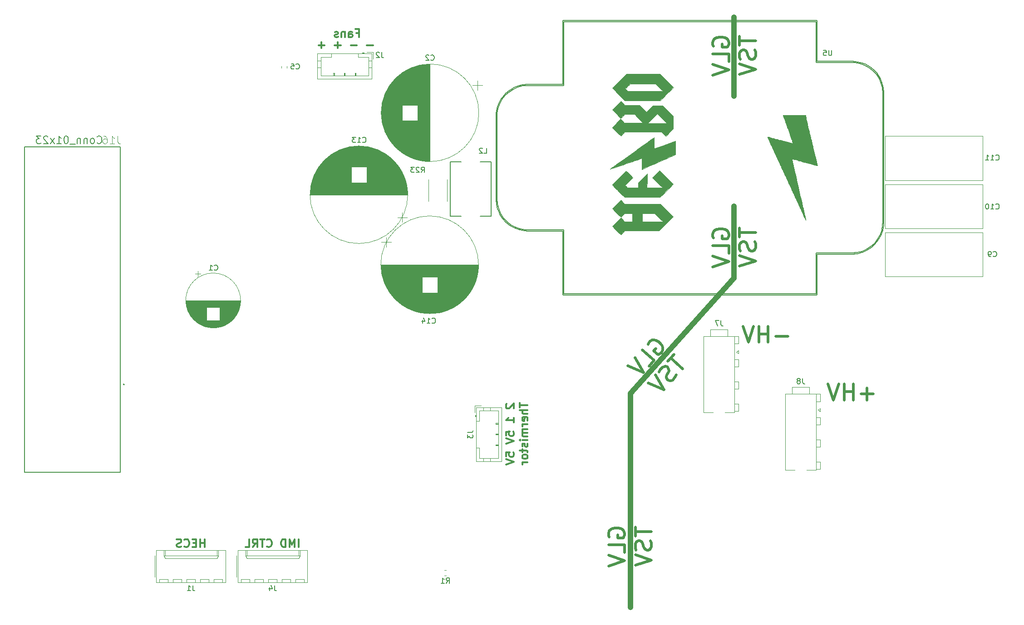
<source format=gbr>
G04 #@! TF.GenerationSoftware,KiCad,Pcbnew,(5.0.2)-1*
G04 #@! TF.CreationDate,2019-04-03T20:13:24-04:00*
G04 #@! TF.ProjectId,interface-board,696e7465-7266-4616-9365-2d626f617264,rev?*
G04 #@! TF.SameCoordinates,Original*
G04 #@! TF.FileFunction,Legend,Bot*
G04 #@! TF.FilePolarity,Positive*
%FSLAX46Y46*%
G04 Gerber Fmt 4.6, Leading zero omitted, Abs format (unit mm)*
G04 Created by KiCad (PCBNEW (5.0.2)-1) date 4/3/2019 8:13:24 PM*
%MOMM*%
%LPD*%
G01*
G04 APERTURE LIST*
%ADD10C,0.300000*%
%ADD11C,0.500000*%
%ADD12C,1.000000*%
%ADD13C,0.120000*%
%ADD14C,0.200000*%
%ADD15C,0.010000*%
%ADD16C,0.127000*%
%ADD17C,0.150000*%
G04 APERTURE END LIST*
D10*
X115079119Y-44241548D02*
X113936262Y-44241548D01*
X112079119Y-44241548D02*
X110936262Y-44241548D01*
X109079119Y-44241548D02*
X107936262Y-44241548D01*
X108507691Y-43670119D02*
X108507691Y-44812976D01*
X106079119Y-44241548D02*
X104936262Y-44241548D01*
X105507691Y-43670119D02*
X105507691Y-44812976D01*
D11*
X192535000Y-98624285D02*
X190249285Y-98624285D01*
X188820714Y-99767142D02*
X188820714Y-96767142D01*
X188820714Y-98195714D02*
X187106428Y-98195714D01*
X187106428Y-99767142D02*
X187106428Y-96767142D01*
X186106428Y-96767142D02*
X185106428Y-99767142D01*
X184106428Y-96767142D01*
X208410000Y-109419285D02*
X206124285Y-109419285D01*
X207267142Y-110562142D02*
X207267142Y-108276428D01*
X204695714Y-110562142D02*
X204695714Y-107562142D01*
X204695714Y-108990714D02*
X202981428Y-108990714D01*
X202981428Y-110562142D02*
X202981428Y-107562142D01*
X201981428Y-107562142D02*
X200981428Y-110562142D01*
X199981428Y-107562142D01*
D12*
X182469000Y-53780000D02*
X182469000Y-39048000D01*
D11*
X166389501Y-100174514D02*
X166474518Y-99866597D01*
X166761288Y-99548106D01*
X167154222Y-99325206D01*
X167557729Y-99304059D01*
X167865646Y-99389075D01*
X168385891Y-99665272D01*
X168704381Y-99952042D01*
X169033445Y-100440566D01*
X169150182Y-100737910D01*
X169171329Y-101141417D01*
X168990723Y-101555498D01*
X168799542Y-101767825D01*
X168406609Y-101990726D01*
X168204855Y-102001299D01*
X167461710Y-101332169D01*
X167844071Y-100907514D01*
X166600970Y-104209587D02*
X167556871Y-103147951D01*
X165327437Y-101140559D01*
X163989176Y-102626849D02*
X165549480Y-105377386D01*
X162650914Y-104113139D01*
X171241733Y-102044451D02*
X170094652Y-103318413D01*
X172897627Y-104688824D02*
X170668192Y-102681432D01*
X171644382Y-105867196D02*
X171463776Y-106281277D01*
X170985825Y-106812095D01*
X170688481Y-106928832D01*
X170486728Y-106939405D01*
X170178811Y-106854389D01*
X169966483Y-106663209D01*
X169849746Y-106365865D01*
X169839173Y-106164111D01*
X169924190Y-105856194D01*
X170200386Y-105335950D01*
X170285403Y-105028033D01*
X170274830Y-104826279D01*
X170158093Y-104528935D01*
X169945766Y-104337755D01*
X169637848Y-104252738D01*
X169436095Y-104263312D01*
X169138751Y-104380049D01*
X168660801Y-104910867D01*
X168480194Y-105324947D01*
X167800490Y-105866339D02*
X169360794Y-108616875D01*
X166462229Y-107352628D01*
X178626000Y-44445714D02*
X178483142Y-44160000D01*
X178483142Y-43731428D01*
X178626000Y-43302857D01*
X178911714Y-43017142D01*
X179197428Y-42874285D01*
X179768857Y-42731428D01*
X180197428Y-42731428D01*
X180768857Y-42874285D01*
X181054571Y-43017142D01*
X181340285Y-43302857D01*
X181483142Y-43731428D01*
X181483142Y-44017142D01*
X181340285Y-44445714D01*
X181197428Y-44588571D01*
X180197428Y-44588571D01*
X180197428Y-44017142D01*
X181483142Y-47302857D02*
X181483142Y-45874285D01*
X178483142Y-45874285D01*
X178483142Y-47874285D02*
X181483142Y-48874285D01*
X178483142Y-49874285D01*
X183483142Y-42588571D02*
X183483142Y-44302857D01*
X186483142Y-43445714D02*
X183483142Y-43445714D01*
X186340285Y-45160000D02*
X186483142Y-45588571D01*
X186483142Y-46302857D01*
X186340285Y-46588571D01*
X186197428Y-46731428D01*
X185911714Y-46874285D01*
X185626000Y-46874285D01*
X185340285Y-46731428D01*
X185197428Y-46588571D01*
X185054571Y-46302857D01*
X184911714Y-45731428D01*
X184768857Y-45445714D01*
X184626000Y-45302857D01*
X184340285Y-45160000D01*
X184054571Y-45160000D01*
X183768857Y-45302857D01*
X183626000Y-45445714D01*
X183483142Y-45731428D01*
X183483142Y-46445714D01*
X183626000Y-46874285D01*
X183483142Y-47731428D02*
X186483142Y-48731428D01*
X183483142Y-49731428D01*
X178626000Y-80259714D02*
X178483142Y-79974000D01*
X178483142Y-79545428D01*
X178626000Y-79116857D01*
X178911714Y-78831142D01*
X179197428Y-78688285D01*
X179768857Y-78545428D01*
X180197428Y-78545428D01*
X180768857Y-78688285D01*
X181054571Y-78831142D01*
X181340285Y-79116857D01*
X181483142Y-79545428D01*
X181483142Y-79831142D01*
X181340285Y-80259714D01*
X181197428Y-80402571D01*
X180197428Y-80402571D01*
X180197428Y-79831142D01*
X181483142Y-83116857D02*
X181483142Y-81688285D01*
X178483142Y-81688285D01*
X178483142Y-83688285D02*
X181483142Y-84688285D01*
X178483142Y-85688285D01*
X183483142Y-78402571D02*
X183483142Y-80116857D01*
X186483142Y-79259714D02*
X183483142Y-79259714D01*
X186340285Y-80974000D02*
X186483142Y-81402571D01*
X186483142Y-82116857D01*
X186340285Y-82402571D01*
X186197428Y-82545428D01*
X185911714Y-82688285D01*
X185626000Y-82688285D01*
X185340285Y-82545428D01*
X185197428Y-82402571D01*
X185054571Y-82116857D01*
X184911714Y-81545428D01*
X184768857Y-81259714D01*
X184626000Y-81116857D01*
X184340285Y-80974000D01*
X184054571Y-80974000D01*
X183768857Y-81116857D01*
X183626000Y-81259714D01*
X183483142Y-81545428D01*
X183483142Y-82259714D01*
X183626000Y-82688285D01*
X183483142Y-83545428D02*
X186483142Y-84545428D01*
X183483142Y-85545428D01*
X159165000Y-136139714D02*
X159022142Y-135854000D01*
X159022142Y-135425428D01*
X159165000Y-134996857D01*
X159450714Y-134711142D01*
X159736428Y-134568285D01*
X160307857Y-134425428D01*
X160736428Y-134425428D01*
X161307857Y-134568285D01*
X161593571Y-134711142D01*
X161879285Y-134996857D01*
X162022142Y-135425428D01*
X162022142Y-135711142D01*
X161879285Y-136139714D01*
X161736428Y-136282571D01*
X160736428Y-136282571D01*
X160736428Y-135711142D01*
X162022142Y-138996857D02*
X162022142Y-137568285D01*
X159022142Y-137568285D01*
X159022142Y-139568285D02*
X162022142Y-140568285D01*
X159022142Y-141568285D01*
X164022142Y-134282571D02*
X164022142Y-135996857D01*
X167022142Y-135139714D02*
X164022142Y-135139714D01*
X166879285Y-136854000D02*
X167022142Y-137282571D01*
X167022142Y-137996857D01*
X166879285Y-138282571D01*
X166736428Y-138425428D01*
X166450714Y-138568285D01*
X166165000Y-138568285D01*
X165879285Y-138425428D01*
X165736428Y-138282571D01*
X165593571Y-137996857D01*
X165450714Y-137425428D01*
X165307857Y-137139714D01*
X165165000Y-136996857D01*
X164879285Y-136854000D01*
X164593571Y-136854000D01*
X164307857Y-136996857D01*
X164165000Y-137139714D01*
X164022142Y-137425428D01*
X164022142Y-138139714D01*
X164165000Y-138568285D01*
X164022142Y-139425428D02*
X167022142Y-140425428D01*
X164022142Y-141425428D01*
D12*
X182469000Y-87816000D02*
X182469000Y-74354000D01*
X163165000Y-109279000D02*
X182215000Y-88070000D01*
X163165000Y-149284000D02*
X163165000Y-109279000D01*
D10*
X112011691Y-41955548D02*
X112511691Y-41955548D01*
X112511691Y-42741262D02*
X112511691Y-41241262D01*
X111797405Y-41241262D01*
X110583119Y-42741262D02*
X110583119Y-41955548D01*
X110654548Y-41812691D01*
X110797405Y-41741262D01*
X111083119Y-41741262D01*
X111225976Y-41812691D01*
X110583119Y-42669833D02*
X110725976Y-42741262D01*
X111083119Y-42741262D01*
X111225976Y-42669833D01*
X111297405Y-42526976D01*
X111297405Y-42384119D01*
X111225976Y-42241262D01*
X111083119Y-42169833D01*
X110725976Y-42169833D01*
X110583119Y-42098405D01*
X109868833Y-41741262D02*
X109868833Y-42741262D01*
X109868833Y-41884119D02*
X109797405Y-41812691D01*
X109654548Y-41741262D01*
X109440262Y-41741262D01*
X109297405Y-41812691D01*
X109225976Y-41955548D01*
X109225976Y-42741262D01*
X108583119Y-42669833D02*
X108440262Y-42741262D01*
X108154548Y-42741262D01*
X108011691Y-42669833D01*
X107940262Y-42526976D01*
X107940262Y-42455548D01*
X108011691Y-42312691D01*
X108154548Y-42241262D01*
X108368833Y-42241262D01*
X108511691Y-42169833D01*
X108583119Y-42026976D01*
X108583119Y-41955548D01*
X108511691Y-41812691D01*
X108368833Y-41741262D01*
X108154548Y-41741262D01*
X108011691Y-41812691D01*
X140032428Y-111268571D02*
X139961000Y-111340000D01*
X139889571Y-111482857D01*
X139889571Y-111840000D01*
X139961000Y-111982857D01*
X140032428Y-112054285D01*
X140175285Y-112125714D01*
X140318142Y-112125714D01*
X140532428Y-112054285D01*
X141389571Y-111197142D01*
X141389571Y-112125714D01*
X141389571Y-114697142D02*
X141389571Y-113840000D01*
X141389571Y-114268571D02*
X139889571Y-114268571D01*
X140103857Y-114125714D01*
X140246714Y-113982857D01*
X140318142Y-113840000D01*
X139889571Y-117197142D02*
X139889571Y-116482857D01*
X140603857Y-116411428D01*
X140532428Y-116482857D01*
X140461000Y-116625714D01*
X140461000Y-116982857D01*
X140532428Y-117125714D01*
X140603857Y-117197142D01*
X140746714Y-117268571D01*
X141103857Y-117268571D01*
X141246714Y-117197142D01*
X141318142Y-117125714D01*
X141389571Y-116982857D01*
X141389571Y-116625714D01*
X141318142Y-116482857D01*
X141246714Y-116411428D01*
X139889571Y-117697142D02*
X141389571Y-118197142D01*
X139889571Y-118697142D01*
X139889571Y-121054285D02*
X139889571Y-120340000D01*
X140603857Y-120268571D01*
X140532428Y-120340000D01*
X140461000Y-120482857D01*
X140461000Y-120840000D01*
X140532428Y-120982857D01*
X140603857Y-121054285D01*
X140746714Y-121125714D01*
X141103857Y-121125714D01*
X141246714Y-121054285D01*
X141318142Y-120982857D01*
X141389571Y-120840000D01*
X141389571Y-120482857D01*
X141318142Y-120340000D01*
X141246714Y-120268571D01*
X139889571Y-121554285D02*
X141389571Y-122054285D01*
X139889571Y-122554285D01*
X142439571Y-111090000D02*
X142439571Y-111947142D01*
X143939571Y-111518571D02*
X142439571Y-111518571D01*
X143939571Y-112447142D02*
X142439571Y-112447142D01*
X143939571Y-113090000D02*
X143153857Y-113090000D01*
X143011000Y-113018571D01*
X142939571Y-112875714D01*
X142939571Y-112661428D01*
X143011000Y-112518571D01*
X143082428Y-112447142D01*
X143868142Y-114375714D02*
X143939571Y-114232857D01*
X143939571Y-113947142D01*
X143868142Y-113804285D01*
X143725285Y-113732857D01*
X143153857Y-113732857D01*
X143011000Y-113804285D01*
X142939571Y-113947142D01*
X142939571Y-114232857D01*
X143011000Y-114375714D01*
X143153857Y-114447142D01*
X143296714Y-114447142D01*
X143439571Y-113732857D01*
X143939571Y-115090000D02*
X142939571Y-115090000D01*
X143225285Y-115090000D02*
X143082428Y-115161428D01*
X143011000Y-115232857D01*
X142939571Y-115375714D01*
X142939571Y-115518571D01*
X143939571Y-116018571D02*
X142939571Y-116018571D01*
X143082428Y-116018571D02*
X143011000Y-116090000D01*
X142939571Y-116232857D01*
X142939571Y-116447142D01*
X143011000Y-116590000D01*
X143153857Y-116661428D01*
X143939571Y-116661428D01*
X143153857Y-116661428D02*
X143011000Y-116732857D01*
X142939571Y-116875714D01*
X142939571Y-117090000D01*
X143011000Y-117232857D01*
X143153857Y-117304285D01*
X143939571Y-117304285D01*
X143939571Y-118018571D02*
X142939571Y-118018571D01*
X142439571Y-118018571D02*
X142511000Y-117947142D01*
X142582428Y-118018571D01*
X142511000Y-118090000D01*
X142439571Y-118018571D01*
X142582428Y-118018571D01*
X143868142Y-118661428D02*
X143939571Y-118804285D01*
X143939571Y-119090000D01*
X143868142Y-119232857D01*
X143725285Y-119304285D01*
X143653857Y-119304285D01*
X143511000Y-119232857D01*
X143439571Y-119090000D01*
X143439571Y-118875714D01*
X143368142Y-118732857D01*
X143225285Y-118661428D01*
X143153857Y-118661428D01*
X143011000Y-118732857D01*
X142939571Y-118875714D01*
X142939571Y-119090000D01*
X143011000Y-119232857D01*
X142939571Y-119732857D02*
X142939571Y-120304285D01*
X142439571Y-119947142D02*
X143725285Y-119947142D01*
X143868142Y-120018571D01*
X143939571Y-120161428D01*
X143939571Y-120304285D01*
X143939571Y-121018571D02*
X143868142Y-120875714D01*
X143796714Y-120804285D01*
X143653857Y-120732857D01*
X143225285Y-120732857D01*
X143082428Y-120804285D01*
X143011000Y-120875714D01*
X142939571Y-121018571D01*
X142939571Y-121232857D01*
X143011000Y-121375714D01*
X143082428Y-121447142D01*
X143225285Y-121518571D01*
X143653857Y-121518571D01*
X143796714Y-121447142D01*
X143868142Y-121375714D01*
X143939571Y-121232857D01*
X143939571Y-121018571D01*
X143939571Y-122161428D02*
X142939571Y-122161428D01*
X143225285Y-122161428D02*
X143082428Y-122232857D01*
X143011000Y-122304285D01*
X142939571Y-122447142D01*
X142939571Y-122590000D01*
X101220142Y-138024571D02*
X101220142Y-136524571D01*
X100505857Y-138024571D02*
X100505857Y-136524571D01*
X100005857Y-137596000D01*
X99505857Y-136524571D01*
X99505857Y-138024571D01*
X98791571Y-138024571D02*
X98791571Y-136524571D01*
X98434428Y-136524571D01*
X98220142Y-136596000D01*
X98077285Y-136738857D01*
X98005857Y-136881714D01*
X97934428Y-137167428D01*
X97934428Y-137381714D01*
X98005857Y-137667428D01*
X98077285Y-137810285D01*
X98220142Y-137953142D01*
X98434428Y-138024571D01*
X98791571Y-138024571D01*
X95291571Y-137881714D02*
X95363000Y-137953142D01*
X95577285Y-138024571D01*
X95720142Y-138024571D01*
X95934428Y-137953142D01*
X96077285Y-137810285D01*
X96148714Y-137667428D01*
X96220142Y-137381714D01*
X96220142Y-137167428D01*
X96148714Y-136881714D01*
X96077285Y-136738857D01*
X95934428Y-136596000D01*
X95720142Y-136524571D01*
X95577285Y-136524571D01*
X95363000Y-136596000D01*
X95291571Y-136667428D01*
X94863000Y-136524571D02*
X94005857Y-136524571D01*
X94434428Y-138024571D02*
X94434428Y-136524571D01*
X92648714Y-138024571D02*
X93148714Y-137310285D01*
X93505857Y-138024571D02*
X93505857Y-136524571D01*
X92934428Y-136524571D01*
X92791571Y-136596000D01*
X92720142Y-136667428D01*
X92648714Y-136810285D01*
X92648714Y-137024571D01*
X92720142Y-137167428D01*
X92791571Y-137238857D01*
X92934428Y-137310285D01*
X93505857Y-137310285D01*
X91291571Y-138024571D02*
X92005857Y-138024571D01*
X92005857Y-136524571D01*
X83694428Y-138024571D02*
X83694428Y-136524571D01*
X83694428Y-137238857D02*
X82837285Y-137238857D01*
X82837285Y-138024571D02*
X82837285Y-136524571D01*
X82123000Y-137238857D02*
X81623000Y-137238857D01*
X81408714Y-138024571D02*
X82123000Y-138024571D01*
X82123000Y-136524571D01*
X81408714Y-136524571D01*
X79908714Y-137881714D02*
X79980142Y-137953142D01*
X80194428Y-138024571D01*
X80337285Y-138024571D01*
X80551571Y-137953142D01*
X80694428Y-137810285D01*
X80765857Y-137667428D01*
X80837285Y-137381714D01*
X80837285Y-137167428D01*
X80765857Y-136881714D01*
X80694428Y-136738857D01*
X80551571Y-136596000D01*
X80337285Y-136524571D01*
X80194428Y-136524571D01*
X79980142Y-136596000D01*
X79908714Y-136667428D01*
X79337285Y-137953142D02*
X79123000Y-138024571D01*
X78765857Y-138024571D01*
X78623000Y-137953142D01*
X78551571Y-137881714D01*
X78480142Y-137738857D01*
X78480142Y-137596000D01*
X78551571Y-137453142D01*
X78623000Y-137381714D01*
X78765857Y-137310285D01*
X79051571Y-137238857D01*
X79194428Y-137167428D01*
X79265857Y-137096000D01*
X79337285Y-136953142D01*
X79337285Y-136810285D01*
X79265857Y-136667428D01*
X79194428Y-136596000D01*
X79051571Y-136524571D01*
X78694428Y-136524571D01*
X78480142Y-136596000D01*
D13*
G04 #@! TO.C,J2*
X115161691Y-45540691D02*
X115161691Y-46790691D01*
X113911691Y-45540691D02*
X115161691Y-45540691D01*
X107801691Y-49950691D02*
X107801691Y-49450691D01*
X107701691Y-49450691D02*
X107701691Y-49950691D01*
X107901691Y-49450691D02*
X107701691Y-49450691D01*
X107901691Y-49950691D02*
X107901691Y-49450691D01*
X109801691Y-49950691D02*
X109801691Y-49450691D01*
X109701691Y-49450691D02*
X109701691Y-49950691D01*
X109901691Y-49450691D02*
X109701691Y-49450691D01*
X109901691Y-49950691D02*
X109901691Y-49450691D01*
X111801691Y-49950691D02*
X111801691Y-49450691D01*
X111701691Y-49450691D02*
X111701691Y-49950691D01*
X111901691Y-49450691D02*
X111701691Y-49450691D01*
X111901691Y-49950691D02*
X111901691Y-49450691D01*
X104741691Y-48450691D02*
X105351691Y-48450691D01*
X104741691Y-47150691D02*
X105351691Y-47150691D01*
X114861691Y-48450691D02*
X114251691Y-48450691D01*
X114861691Y-47150691D02*
X114251691Y-47150691D01*
X107301691Y-46450691D02*
X107301691Y-45840691D01*
X105351691Y-46450691D02*
X107301691Y-46450691D01*
X105351691Y-49950691D02*
X105351691Y-46450691D01*
X114251691Y-49950691D02*
X105351691Y-49950691D01*
X114251691Y-46450691D02*
X114251691Y-49950691D01*
X112301691Y-46450691D02*
X114251691Y-46450691D01*
X112301691Y-45840691D02*
X112301691Y-46450691D01*
X113101691Y-45740691D02*
X113401691Y-45740691D01*
X113401691Y-45640691D02*
X113401691Y-45840691D01*
X113101691Y-45640691D02*
X113401691Y-45640691D01*
X113101691Y-45840691D02*
X113101691Y-45640691D01*
X104741691Y-45840691D02*
X114861691Y-45840691D01*
X104741691Y-50560691D02*
X104741691Y-45840691D01*
X114861691Y-50560691D02*
X104741691Y-50560691D01*
X114861691Y-45840691D02*
X114861691Y-50560691D01*
G04 #@! TO.C,J3*
X134059691Y-111584691D02*
X135309691Y-111584691D01*
X134059691Y-112834691D02*
X134059691Y-111584691D01*
X138469691Y-118944691D02*
X137969691Y-118944691D01*
X137969691Y-119044691D02*
X138469691Y-119044691D01*
X137969691Y-118844691D02*
X137969691Y-119044691D01*
X138469691Y-118844691D02*
X137969691Y-118844691D01*
X138469691Y-116944691D02*
X137969691Y-116944691D01*
X137969691Y-117044691D02*
X138469691Y-117044691D01*
X137969691Y-116844691D02*
X137969691Y-117044691D01*
X138469691Y-116844691D02*
X137969691Y-116844691D01*
X138469691Y-114944691D02*
X137969691Y-114944691D01*
X137969691Y-115044691D02*
X138469691Y-115044691D01*
X137969691Y-114844691D02*
X137969691Y-115044691D01*
X138469691Y-114844691D02*
X137969691Y-114844691D01*
X136969691Y-122004691D02*
X136969691Y-121394691D01*
X135669691Y-122004691D02*
X135669691Y-121394691D01*
X136969691Y-111884691D02*
X136969691Y-112494691D01*
X135669691Y-111884691D02*
X135669691Y-112494691D01*
X134969691Y-119444691D02*
X134359691Y-119444691D01*
X134969691Y-121394691D02*
X134969691Y-119444691D01*
X138469691Y-121394691D02*
X134969691Y-121394691D01*
X138469691Y-112494691D02*
X138469691Y-121394691D01*
X134969691Y-112494691D02*
X138469691Y-112494691D01*
X134969691Y-114444691D02*
X134969691Y-112494691D01*
X134359691Y-114444691D02*
X134969691Y-114444691D01*
X134259691Y-113644691D02*
X134259691Y-113344691D01*
X134159691Y-113344691D02*
X134359691Y-113344691D01*
X134159691Y-113644691D02*
X134159691Y-113344691D01*
X134359691Y-113644691D02*
X134159691Y-113644691D01*
X134359691Y-122004691D02*
X134359691Y-111884691D01*
X139079691Y-122004691D02*
X134359691Y-122004691D01*
X139079691Y-111884691D02*
X139079691Y-122004691D01*
X134359691Y-111884691D02*
X139079691Y-111884691D01*
D14*
G04 #@! TO.C,U5*
X150633120Y-78763100D02*
X150626120Y-78759100D01*
X150617120Y-78757100D02*
X150609120Y-78754100D01*
X150609120Y-78754100D02*
X150600120Y-78754100D01*
X150626120Y-78759100D02*
X150617120Y-78757100D01*
X209499120Y-50486900D02*
X209874120Y-51349800D01*
X207152120Y-82390100D02*
X206289120Y-82765100D01*
X206793120Y-47963000D02*
X207616120Y-48417700D01*
X205377120Y-82995100D02*
X204435120Y-83072100D01*
X208355120Y-49000900D02*
X208988120Y-49696800D01*
X205906120Y-47648900D02*
X206793120Y-47963000D01*
X208988120Y-49696800D02*
X209499120Y-50486900D01*
X208638120Y-81246100D02*
X207942120Y-81879100D01*
X210181120Y-77328100D02*
X210155120Y-77869100D01*
X210104120Y-52262300D02*
X210181120Y-53204200D01*
X210155120Y-77869100D02*
X209990120Y-78797100D01*
X209676120Y-79684100D02*
X209221120Y-80507100D01*
X209874120Y-51349800D02*
X210104120Y-52262300D01*
X207616120Y-48417700D02*
X208355120Y-49000900D01*
X210181120Y-53204200D02*
X210181120Y-77328100D01*
X207942120Y-81879100D02*
X207152120Y-82390100D01*
X204435120Y-83072100D02*
X197826120Y-83072100D01*
X209990120Y-78797100D02*
X209676120Y-79684100D01*
X209221120Y-80507100D02*
X208638120Y-81246100D01*
X197826120Y-83072100D02*
X197800120Y-83077100D01*
X206289120Y-82765100D02*
X205377120Y-82995100D01*
X197800120Y-83077100D02*
X197770120Y-83094100D01*
X150662120Y-78783100D02*
X150656120Y-78776100D01*
X150656120Y-78776100D02*
X150649120Y-78772100D01*
X150649120Y-78772100D02*
X150642120Y-78766100D01*
X150642120Y-78766100D02*
X150633120Y-78763100D01*
X197735120Y-83190100D02*
X197747120Y-83223100D01*
X197747120Y-83121100D02*
X197735120Y-83154100D01*
X197760120Y-83238100D02*
X197760120Y-90692100D01*
X150691120Y-90692100D02*
X150691120Y-78845100D01*
X197747120Y-83223100D02*
X197760120Y-83238100D01*
X150691120Y-78845100D02*
X150691120Y-78836100D01*
X150691120Y-78836100D02*
X150688120Y-78828100D01*
X150691120Y-78845100D02*
X150691120Y-78845100D01*
X150679120Y-78803100D02*
X150673120Y-78796100D01*
X150673120Y-78796100D02*
X150669120Y-78789100D01*
X150682120Y-78812100D02*
X150679120Y-78803100D01*
X197760120Y-90692100D02*
X150691120Y-90692100D01*
X150688120Y-78828100D02*
X150686120Y-78819100D01*
X197735120Y-83154100D02*
X197735120Y-83190100D01*
X197770120Y-83094100D02*
X197747120Y-83121100D01*
X150686120Y-78819100D02*
X150682120Y-78812100D01*
X150669120Y-78789100D02*
X150662120Y-78783100D01*
X197747120Y-47307300D02*
X197735120Y-47340500D01*
X197747120Y-47408900D02*
X197770120Y-47435900D01*
X197770120Y-47435900D02*
X197800120Y-47453500D01*
X197800120Y-47453500D02*
X197826120Y-47458100D01*
X197826120Y-47458100D02*
X204437120Y-47458100D01*
X205949120Y-47453500D02*
X205006120Y-47285600D01*
X204437120Y-47458100D02*
X204978120Y-47483600D01*
X204978120Y-47483600D02*
X205906120Y-47648900D01*
X206880120Y-47782800D02*
X206874120Y-47780100D01*
X205962120Y-47456900D02*
X205956120Y-47455200D01*
X204999120Y-47284800D02*
X204993120Y-47284100D01*
X206874120Y-47780100D02*
X206867120Y-47777200D01*
X204993120Y-47284100D02*
X204450120Y-47258500D01*
X197910120Y-39804300D02*
X197923120Y-39788900D01*
X197935120Y-39720500D02*
X197923120Y-39687300D01*
X197935120Y-39755700D02*
X197935120Y-39720500D01*
X197870120Y-39642700D02*
X197844120Y-39638100D01*
X197844120Y-39638100D02*
X150582120Y-39638100D01*
X197735120Y-47340500D02*
X197735120Y-47375700D01*
X197735120Y-47375700D02*
X197747120Y-47408900D01*
X206867120Y-47777200D02*
X205965120Y-47457700D01*
X205006120Y-47285600D02*
X205004120Y-47285200D01*
X205956120Y-47455200D02*
X205949120Y-47453500D01*
X205004120Y-47285200D02*
X204999120Y-47284800D01*
X197923120Y-39687300D02*
X197900120Y-39660300D01*
X205965120Y-47457700D02*
X205962120Y-47456900D01*
X197900120Y-39660300D02*
X197870120Y-39642700D01*
X204448120Y-47258100D02*
X197910120Y-47258100D01*
X197910120Y-47258100D02*
X197910120Y-39804300D01*
X197923120Y-39788900D02*
X197935120Y-39755700D01*
X150582120Y-39638100D02*
X150582120Y-39638100D01*
X197760120Y-39838100D02*
X197760120Y-47291900D01*
X204450120Y-47258500D02*
X204448120Y-47258100D01*
X197760120Y-47291900D02*
X197747120Y-47307300D01*
X206346120Y-82957100D02*
X206348120Y-82957100D01*
X207254120Y-82563100D02*
X208058120Y-82043100D01*
X208071120Y-82033100D02*
X208779120Y-81388100D01*
X209385120Y-80623100D02*
X209389120Y-80617100D01*
X209389120Y-80617100D02*
X209392120Y-80611100D01*
X209392120Y-80611100D02*
X209855120Y-79773100D01*
X209855120Y-79773100D02*
X209856120Y-79771100D01*
X209856120Y-79771100D02*
X209859120Y-79764100D01*
X209859120Y-79764100D02*
X209862120Y-79758100D01*
X205418120Y-83191100D02*
X206346120Y-82957100D01*
X197870120Y-90887100D02*
X197900120Y-90870100D01*
X205404120Y-83193100D02*
X205411120Y-83192100D01*
X197923120Y-90843100D02*
X197935120Y-90810100D01*
X143976120Y-78954100D02*
X143978120Y-78954100D01*
X150526120Y-90870100D02*
X150533120Y-90874100D01*
X150549120Y-90883100D02*
X150556120Y-90887100D01*
X150582120Y-90892100D02*
X150582120Y-90892100D01*
X150565120Y-90889100D02*
X150573120Y-90892100D01*
X150582120Y-90892100D02*
X197844120Y-90892100D01*
X197900120Y-90870100D02*
X197923120Y-90843100D01*
X150491120Y-90810100D02*
X150494120Y-90818100D01*
X150533120Y-90874100D02*
X150540120Y-90880100D01*
X197935120Y-90810100D02*
X197935120Y-90774100D01*
X197910120Y-90726100D02*
X197910120Y-83272100D01*
X150573120Y-90892100D02*
X150582120Y-90892100D01*
X205411120Y-83192100D02*
X205418120Y-83191100D01*
X150491120Y-90801100D02*
X150491120Y-90810100D01*
X150491120Y-90801100D02*
X150491120Y-90801100D01*
X206348120Y-82957100D02*
X206355120Y-82954100D01*
X206355120Y-82954100D02*
X206362120Y-82952100D01*
X143978120Y-78954100D02*
X150491120Y-78954100D01*
X150500120Y-90834100D02*
X150503120Y-90843100D01*
X150509120Y-90850100D02*
X150513120Y-90857100D01*
X204448120Y-83272100D02*
X204452120Y-83271100D01*
X150491120Y-78954100D02*
X150491120Y-90801100D01*
X197935120Y-90774100D02*
X197923120Y-90741100D01*
X205401120Y-83193100D02*
X205404120Y-83193100D01*
X150494120Y-90818100D02*
X150496120Y-90827100D01*
X206362120Y-82952100D02*
X207240120Y-82570100D01*
X150513120Y-90857100D02*
X150520120Y-90863100D01*
X207240120Y-82570100D02*
X207242120Y-82569100D01*
X207242120Y-82569100D02*
X207248120Y-82566100D01*
X207248120Y-82566100D02*
X207254120Y-82563100D01*
X150503120Y-90843100D02*
X150509120Y-90850100D01*
X208058120Y-82043100D02*
X208060120Y-82041100D01*
X150496120Y-90827100D02*
X150500120Y-90834100D01*
X208060120Y-82041100D02*
X208065120Y-82037100D01*
X208065120Y-82037100D02*
X208071120Y-82033100D01*
X208779120Y-81388100D02*
X208781120Y-81387100D01*
X150556120Y-90887100D02*
X150565120Y-90889100D01*
X208781120Y-81387100D02*
X208785120Y-81381100D01*
X208785120Y-81381100D02*
X208790120Y-81376100D01*
X150520120Y-90863100D02*
X150526120Y-90870100D01*
X197923120Y-90741100D02*
X197910120Y-90726100D01*
X204452120Y-83271100D02*
X205401120Y-83193100D01*
X208790120Y-81376100D02*
X209383120Y-80625100D01*
X209383120Y-80625100D02*
X209385120Y-80623100D01*
X197910120Y-83272100D02*
X204448120Y-83272100D01*
X150540120Y-90880100D02*
X150549120Y-90883100D01*
X197844120Y-90892100D02*
X197870120Y-90887100D01*
X150533120Y-39655900D02*
X150526120Y-39660300D01*
X150582120Y-39638100D02*
X150573120Y-39638100D01*
X150565120Y-39641100D02*
X150556120Y-39642700D01*
X150556120Y-39642700D02*
X150549120Y-39647100D01*
X150549120Y-39647100D02*
X150540120Y-39650200D01*
X150540120Y-39650200D02*
X150533120Y-39655900D01*
X150573120Y-39638100D02*
X150565120Y-39641100D01*
X141178120Y-52282300D02*
X141172120Y-52285600D01*
X150513120Y-39672800D02*
X150509120Y-39680500D01*
X141184120Y-52278800D02*
X141178120Y-52282300D01*
X141172120Y-52285600D02*
X140368120Y-52805600D01*
X150491120Y-39729300D02*
X150491120Y-39729400D01*
X143008120Y-51657600D02*
X142080120Y-51890800D01*
X140368120Y-52805600D02*
X140366120Y-52806900D01*
X150520120Y-39667100D02*
X150513120Y-39672800D01*
X142078120Y-51891400D02*
X142071120Y-51893800D01*
X150491120Y-39729400D02*
X150491120Y-51576100D01*
X150526120Y-39660300D02*
X150520120Y-39667100D01*
X150509120Y-39680500D02*
X150503120Y-39687300D01*
X150503120Y-39687300D02*
X150500120Y-39695700D01*
X150491120Y-39720500D02*
X150491120Y-39729300D01*
X143974120Y-51576800D02*
X143025120Y-51654900D01*
X143978120Y-51576100D02*
X143974120Y-51576800D01*
X143025120Y-51654900D02*
X143022120Y-51655100D01*
X143022120Y-51655100D02*
X143015120Y-51656400D01*
X143015120Y-51656400D02*
X143008120Y-51657600D01*
X142064120Y-51896100D02*
X141186120Y-52277800D01*
X141186120Y-52277800D02*
X141184120Y-52278800D01*
X150491120Y-51576100D02*
X143978120Y-51576100D01*
X150494120Y-39712100D02*
X150491120Y-39720500D01*
X142080120Y-51890800D02*
X142078120Y-51891400D01*
X142071120Y-51893800D02*
X142064120Y-51896100D01*
X150496120Y-39703400D02*
X150494120Y-39712100D01*
X150500120Y-39695700D02*
X150496120Y-39703400D01*
X210354120Y-77890100D02*
X210355120Y-77884100D01*
X210182120Y-78853100D02*
X210184120Y-78847100D01*
X209862120Y-79758100D02*
X210181120Y-78856100D01*
X210181120Y-78856100D02*
X210182120Y-78853100D01*
X210184120Y-78847100D02*
X210186120Y-78840100D01*
X210186120Y-78840100D02*
X210354120Y-77897100D01*
X210354120Y-77897100D02*
X210354120Y-77895100D01*
X210354120Y-77895100D02*
X210354120Y-77890100D01*
X210355120Y-77884100D02*
X210381120Y-77341100D01*
X210381120Y-77341100D02*
X210381120Y-77339100D01*
X209672120Y-50385100D02*
X209152120Y-49581300D01*
X210300120Y-52221600D02*
X210066120Y-51293100D01*
X207726120Y-48250500D02*
X207720120Y-48246600D01*
X206882120Y-47783900D02*
X206880120Y-47782800D01*
X210381120Y-53191400D02*
X210380120Y-53187300D01*
X210066120Y-51290700D02*
X210063120Y-51284100D01*
X209678120Y-50397400D02*
X209675120Y-50391300D01*
X209142120Y-49568300D02*
X208497120Y-48860200D01*
X210061120Y-51277500D02*
X209679120Y-50399600D01*
X210380120Y-53187300D02*
X210302120Y-52237800D01*
X209675120Y-50391300D02*
X209672120Y-50385100D01*
X210301120Y-52228500D02*
X210300120Y-52221600D01*
X210381120Y-77339100D02*
X210381120Y-53191400D01*
X210063120Y-51284100D02*
X210061120Y-51277500D01*
X209152120Y-49581300D02*
X209150120Y-49579300D01*
X210302120Y-52235300D02*
X210301120Y-52228500D01*
X208497120Y-48860200D02*
X208496120Y-48858400D01*
X209150120Y-49579300D02*
X209146120Y-49573900D01*
X208496120Y-48858400D02*
X208490120Y-48853800D01*
X208490120Y-48853800D02*
X208485120Y-48849100D01*
X208485120Y-48849100D02*
X207734120Y-48255700D01*
X210302120Y-52237800D02*
X210302120Y-52235300D01*
X209679120Y-50399600D02*
X209678120Y-50397400D01*
X210066120Y-51293100D02*
X210066120Y-51290700D01*
X209146120Y-49573900D02*
X209142120Y-49568300D01*
X207734120Y-48255700D02*
X207732120Y-48254200D01*
X207732120Y-48254200D02*
X207726120Y-48250500D01*
X207720120Y-48246600D02*
X206882120Y-47783900D01*
X150600120Y-78754100D02*
X150600120Y-78754100D01*
X143433120Y-78928100D02*
X143976120Y-78954100D01*
X138564120Y-55089900D02*
X138245120Y-55992400D01*
X138124120Y-73977100D02*
X138125120Y-73984100D01*
X138072120Y-56953200D02*
X138072120Y-56958400D01*
X138570120Y-55077200D02*
X138567120Y-55083600D01*
X138571120Y-55075000D02*
X138570120Y-55077200D01*
X138072120Y-56950800D02*
X138072120Y-56953200D01*
X138045120Y-73021100D02*
X138046120Y-73025100D01*
X140355120Y-52815600D02*
X139647120Y-53459900D01*
X139641120Y-53466800D02*
X139636120Y-53471900D01*
X138046120Y-73025100D02*
X138124120Y-73974100D01*
X139941120Y-77363100D02*
X140692120Y-77956100D01*
X141546120Y-78429100D02*
X141553120Y-78432100D01*
X142461120Y-78754100D02*
X142464120Y-78755100D01*
X143422120Y-78927100D02*
X143427120Y-78927100D01*
X139037120Y-54231100D02*
X139034120Y-54236900D01*
X138045120Y-57507000D02*
X138045120Y-57509400D01*
X139930120Y-77354100D02*
X139936120Y-77358100D01*
X143427120Y-78927100D02*
X143433120Y-78928100D01*
X142470120Y-78757100D02*
X142477120Y-78759100D01*
X138365120Y-74935100D02*
X138747120Y-75813100D01*
X138245120Y-55992400D02*
X138244120Y-55994700D01*
X138567120Y-55083600D02*
X138564120Y-55089900D01*
X138124120Y-73974100D02*
X138124120Y-73977100D01*
X138125120Y-73984100D02*
X138126120Y-73991100D01*
X138748120Y-75815100D02*
X138751120Y-75821100D01*
X139034120Y-54236900D02*
X138571120Y-55075000D01*
X138360120Y-74919100D02*
X138360120Y-74921100D01*
X138363120Y-74928100D02*
X138365120Y-74935100D01*
X138071120Y-56963600D02*
X138045120Y-57507000D01*
X138754120Y-75827100D02*
X139274120Y-76631100D01*
X139274120Y-76631100D02*
X139276120Y-76633100D01*
X139276120Y-76633100D02*
X139280120Y-76638100D01*
X139647120Y-53459900D02*
X139645120Y-53461600D01*
X139636120Y-53471900D02*
X139043120Y-54223200D01*
X138244120Y-55994700D02*
X138242120Y-56001500D01*
X138126120Y-73991100D02*
X138360120Y-74919100D01*
X139936120Y-77358100D02*
X139941120Y-77363100D01*
X140700120Y-77962100D02*
X140706120Y-77965100D01*
X139280120Y-76638100D02*
X139284120Y-76644100D01*
X138045120Y-57509400D02*
X138045120Y-73021100D01*
X141544120Y-78428100D02*
X141546120Y-78429100D01*
X141553120Y-78432100D02*
X141559120Y-78435100D01*
X142464120Y-78755100D02*
X142470120Y-78757100D01*
X142477120Y-78759100D02*
X143420120Y-78927100D01*
X138242120Y-56001500D02*
X138240120Y-56008200D01*
X139041120Y-54225100D02*
X139037120Y-54231100D01*
X139929120Y-77352100D02*
X139930120Y-77354100D01*
X140706120Y-77965100D02*
X141544120Y-78428100D01*
X140366120Y-52806900D02*
X140361120Y-52811300D01*
X138240120Y-56008200D02*
X138072120Y-56950800D01*
X139645120Y-53461600D02*
X139641120Y-53466800D01*
X139043120Y-54223200D02*
X139041120Y-54225100D01*
X138747120Y-75813100D02*
X138748120Y-75815100D01*
X138751120Y-75821100D02*
X138754120Y-75827100D01*
X139284120Y-76644100D02*
X139929120Y-77352100D01*
X138072120Y-56958400D02*
X138071120Y-56963600D01*
X138360120Y-74921100D02*
X138363120Y-74928100D01*
X140692120Y-77956100D02*
X140694120Y-77958100D01*
X140361120Y-52811300D02*
X140355120Y-52815600D01*
X141559120Y-78435100D02*
X142461120Y-78754100D01*
X140694120Y-77958100D02*
X140700120Y-77962100D01*
X143420120Y-78927100D02*
X143422120Y-78927100D01*
X150656120Y-51753900D02*
X150662120Y-51747100D01*
X150679120Y-51726900D02*
X150682120Y-51718500D01*
X150633120Y-51767100D02*
X150642120Y-51764000D01*
X150688120Y-51702100D02*
X150691120Y-51693700D01*
X150691120Y-39838100D02*
X197760120Y-39838100D01*
X150649120Y-51758300D02*
X150656120Y-51753900D01*
X150691120Y-51658500D02*
X150691120Y-39838100D01*
X150669120Y-51741400D02*
X150673120Y-51733700D01*
X150642120Y-51764000D02*
X150649120Y-51758300D01*
X150673120Y-51733700D02*
X150679120Y-51726900D01*
X150691120Y-51693700D02*
X150691120Y-51658500D01*
X150686120Y-51710800D02*
X150688120Y-51702100D01*
X150662120Y-51747100D02*
X150669120Y-51741400D01*
X150682120Y-51718500D02*
X150686120Y-51710800D01*
X140484120Y-52969000D02*
X141274120Y-52458000D01*
X142520120Y-78563100D02*
X141633120Y-78249100D01*
X143049120Y-51853500D02*
X143991120Y-51776100D01*
X150600120Y-51776100D02*
X150600120Y-51776100D01*
X150617120Y-51773100D02*
X150626120Y-51771500D01*
X143448120Y-78728100D02*
X142520120Y-78563100D01*
X138552120Y-74862100D02*
X138322120Y-73950100D01*
X150626120Y-51771500D02*
X150633120Y-51767100D01*
X138245120Y-73008100D02*
X138245120Y-57520500D01*
X138245120Y-57520500D02*
X138271120Y-56979500D01*
X138750120Y-55164500D02*
X139205120Y-54340700D01*
X139788120Y-53602300D02*
X140484120Y-52969000D01*
X141274120Y-52458000D02*
X142137120Y-52082800D01*
X150600120Y-51776100D02*
X150609120Y-51776100D01*
X138436120Y-56051400D02*
X138750120Y-55164500D01*
X139438120Y-76515100D02*
X138927120Y-75725100D01*
X150600120Y-78754100D02*
X143989120Y-78754100D01*
X138322120Y-73950100D02*
X138245120Y-73008100D01*
X142137120Y-52082800D02*
X143049120Y-51853500D01*
X140071120Y-77211100D02*
X139438120Y-76515100D01*
X138927120Y-75725100D02*
X138552120Y-74862100D01*
X143991120Y-51776100D02*
X150600120Y-51776100D01*
X150609120Y-51776100D02*
X150617120Y-51773100D01*
X138271120Y-56979500D02*
X138436120Y-56051400D01*
X141633120Y-78249100D02*
X140810120Y-77794100D01*
X139205120Y-54340700D02*
X139788120Y-53602300D01*
X143989120Y-78754100D02*
X143448120Y-78728100D01*
X140810120Y-77794100D02*
X140071120Y-77211100D01*
D15*
G04 #@! TO.C,G\002A\002A\002A*
G36*
X169508066Y-62884393D02*
X167548837Y-63602810D01*
X167548837Y-62515539D01*
X167548000Y-62105407D01*
X167543970Y-61817027D01*
X167534470Y-61632208D01*
X167517223Y-61532760D01*
X167489953Y-61500491D01*
X167450383Y-61517213D01*
X167426385Y-61537269D01*
X167352745Y-61593274D01*
X167176617Y-61722701D01*
X166909261Y-61917447D01*
X166561937Y-62169411D01*
X166145905Y-62470491D01*
X165672426Y-62812587D01*
X165152759Y-63187596D01*
X164598165Y-63587418D01*
X164019905Y-64003950D01*
X163429237Y-64429091D01*
X162837423Y-64854740D01*
X162255722Y-65272796D01*
X161695395Y-65675156D01*
X161167701Y-66053720D01*
X160683902Y-66400385D01*
X160255257Y-66707052D01*
X159893026Y-66965617D01*
X159608469Y-67167980D01*
X159412847Y-67306038D01*
X159317420Y-67371692D01*
X159315162Y-67373130D01*
X159352343Y-67367604D01*
X159509273Y-67320073D01*
X159773579Y-67234669D01*
X160132888Y-67115524D01*
X160574829Y-66966773D01*
X161087028Y-66792547D01*
X161657115Y-66596980D01*
X162195408Y-66411008D01*
X162812590Y-66197242D01*
X163387921Y-65998228D01*
X163908178Y-65818521D01*
X164360136Y-65662678D01*
X164730571Y-65535254D01*
X165006259Y-65440806D01*
X165173975Y-65383889D01*
X165221717Y-65368415D01*
X165228019Y-65434337D01*
X165233360Y-65615902D01*
X165237319Y-65888809D01*
X165239476Y-66228758D01*
X165239746Y-66408262D01*
X165239746Y-67448109D01*
X167006551Y-66666588D01*
X167565685Y-66419502D01*
X168170081Y-66152825D01*
X168781798Y-65883270D01*
X169362892Y-65627552D01*
X169875422Y-65402383D01*
X170120325Y-65294995D01*
X171467294Y-64704924D01*
X171467294Y-62165977D01*
X169508066Y-62884393D01*
X169508066Y-62884393D01*
G37*
X169508066Y-62884393D02*
X167548837Y-63602810D01*
X167548837Y-62515539D01*
X167548000Y-62105407D01*
X167543970Y-61817027D01*
X167534470Y-61632208D01*
X167517223Y-61532760D01*
X167489953Y-61500491D01*
X167450383Y-61517213D01*
X167426385Y-61537269D01*
X167352745Y-61593274D01*
X167176617Y-61722701D01*
X166909261Y-61917447D01*
X166561937Y-62169411D01*
X166145905Y-62470491D01*
X165672426Y-62812587D01*
X165152759Y-63187596D01*
X164598165Y-63587418D01*
X164019905Y-64003950D01*
X163429237Y-64429091D01*
X162837423Y-64854740D01*
X162255722Y-65272796D01*
X161695395Y-65675156D01*
X161167701Y-66053720D01*
X160683902Y-66400385D01*
X160255257Y-66707052D01*
X159893026Y-66965617D01*
X159608469Y-67167980D01*
X159412847Y-67306038D01*
X159317420Y-67371692D01*
X159315162Y-67373130D01*
X159352343Y-67367604D01*
X159509273Y-67320073D01*
X159773579Y-67234669D01*
X160132888Y-67115524D01*
X160574829Y-66966773D01*
X161087028Y-66792547D01*
X161657115Y-66596980D01*
X162195408Y-66411008D01*
X162812590Y-66197242D01*
X163387921Y-65998228D01*
X163908178Y-65818521D01*
X164360136Y-65662678D01*
X164730571Y-65535254D01*
X165006259Y-65440806D01*
X165173975Y-65383889D01*
X165221717Y-65368415D01*
X165228019Y-65434337D01*
X165233360Y-65615902D01*
X165237319Y-65888809D01*
X165239476Y-66228758D01*
X165239746Y-66408262D01*
X165239746Y-67448109D01*
X167006551Y-66666588D01*
X167565685Y-66419502D01*
X168170081Y-66152825D01*
X168781798Y-65883270D01*
X169362892Y-65627552D01*
X169875422Y-65402383D01*
X170120325Y-65294995D01*
X171467294Y-64704924D01*
X171467294Y-62165977D01*
X169508066Y-62884393D01*
G36*
X169909716Y-75111368D02*
X168701924Y-73905054D01*
X162060400Y-73905054D01*
X161689829Y-73539087D01*
X161319258Y-73173119D01*
X159711152Y-74781225D01*
X160515591Y-75583382D01*
X161320031Y-76385539D01*
X161690215Y-76019952D01*
X162060400Y-75654366D01*
X163490435Y-75654366D01*
X163490435Y-77193760D01*
X162060400Y-77193760D01*
X161319258Y-76461824D01*
X159711152Y-78069930D01*
X160515591Y-78872087D01*
X161320031Y-79674243D01*
X161690215Y-79308658D01*
X162060400Y-78943071D01*
X165309719Y-78943071D01*
X165309719Y-77193760D01*
X165309719Y-75654366D01*
X167587712Y-75654366D01*
X168390451Y-76420517D01*
X169193190Y-77186669D01*
X167251454Y-77190214D01*
X165309719Y-77193760D01*
X165309719Y-78943071D01*
X168494847Y-78943071D01*
X171117509Y-76317681D01*
X169909716Y-75111368D01*
X169909716Y-75111368D01*
G37*
X169909716Y-75111368D02*
X168701924Y-73905054D01*
X162060400Y-73905054D01*
X161689829Y-73539087D01*
X161319258Y-73173119D01*
X159711152Y-74781225D01*
X160515591Y-75583382D01*
X161320031Y-76385539D01*
X161690215Y-76019952D01*
X162060400Y-75654366D01*
X163490435Y-75654366D01*
X163490435Y-77193760D01*
X162060400Y-77193760D01*
X161319258Y-76461824D01*
X159711152Y-78069930D01*
X160515591Y-78872087D01*
X161320031Y-79674243D01*
X161690215Y-79308658D01*
X162060400Y-78943071D01*
X165309719Y-78943071D01*
X165309719Y-77193760D01*
X165309719Y-75654366D01*
X167587712Y-75654366D01*
X168390451Y-76420517D01*
X169193190Y-77186669D01*
X167251454Y-77190214D01*
X165309719Y-77193760D01*
X165309719Y-78943071D01*
X168494847Y-78943071D01*
X171117509Y-76317681D01*
X169909716Y-75111368D01*
G36*
X169808333Y-68922418D02*
X168529126Y-67644612D01*
X167863812Y-68307160D01*
X167198498Y-68969707D01*
X168159920Y-69932973D01*
X169121343Y-70896239D01*
X166213509Y-70896239D01*
X166233928Y-69567616D01*
X166254347Y-68238992D01*
X165397184Y-69094252D01*
X164540022Y-69949511D01*
X164540022Y-70896239D01*
X162517943Y-70896239D01*
X162327704Y-70646824D01*
X162137466Y-70397408D01*
X162848576Y-69683869D01*
X163559687Y-68970330D01*
X162928441Y-68339085D01*
X162297196Y-67707840D01*
X161004559Y-69007000D01*
X160658518Y-69356011D01*
X160347442Y-69672107D01*
X160084297Y-69941920D01*
X159882049Y-70152082D01*
X159753667Y-70289226D01*
X159711923Y-70339598D01*
X159759281Y-70396420D01*
X159892091Y-70537520D01*
X160096459Y-70748613D01*
X160358488Y-71015413D01*
X160664283Y-71323638D01*
X160849747Y-71509293D01*
X161987572Y-72645550D01*
X168628484Y-72645550D01*
X169858012Y-71422887D01*
X171087541Y-70200223D01*
X169808333Y-68922418D01*
X169808333Y-68922418D01*
G37*
X169808333Y-68922418D02*
X168529126Y-67644612D01*
X167863812Y-68307160D01*
X167198498Y-68969707D01*
X168159920Y-69932973D01*
X169121343Y-70896239D01*
X166213509Y-70896239D01*
X166233928Y-69567616D01*
X166254347Y-68238992D01*
X165397184Y-69094252D01*
X164540022Y-69949511D01*
X164540022Y-70896239D01*
X162517943Y-70896239D01*
X162327704Y-70646824D01*
X162137466Y-70397408D01*
X162848576Y-69683869D01*
X163559687Y-68970330D01*
X162928441Y-68339085D01*
X162297196Y-67707840D01*
X161004559Y-69007000D01*
X160658518Y-69356011D01*
X160347442Y-69672107D01*
X160084297Y-69941920D01*
X159882049Y-70152082D01*
X159753667Y-70289226D01*
X159711923Y-70339598D01*
X159759281Y-70396420D01*
X159892091Y-70537520D01*
X160096459Y-70748613D01*
X160358488Y-71015413D01*
X160664283Y-71323638D01*
X160849747Y-71509293D01*
X161987572Y-72645550D01*
X168628484Y-72645550D01*
X169858012Y-71422887D01*
X171087541Y-70200223D01*
X169808333Y-68922418D01*
G36*
X169121466Y-55502300D02*
X167306702Y-55502300D01*
X166693020Y-56113138D01*
X166079338Y-56723977D01*
X164782296Y-55432327D01*
X162060400Y-55432327D01*
X161689829Y-55066359D01*
X161319258Y-54700392D01*
X159711152Y-56308498D01*
X160498728Y-57093282D01*
X161286303Y-57878067D01*
X161671151Y-57532882D01*
X162056000Y-57187697D01*
X162966835Y-57184668D01*
X163877670Y-57181638D01*
X164644980Y-57951335D01*
X165412291Y-58721032D01*
X161980766Y-58721032D01*
X161635404Y-58370398D01*
X161290042Y-58019763D01*
X160500982Y-58806584D01*
X160233172Y-59076333D01*
X160004306Y-59312004D01*
X159831167Y-59495899D01*
X159730538Y-59610322D01*
X159711923Y-59638645D01*
X159759976Y-59699935D01*
X159892684Y-59839839D01*
X160092868Y-60040978D01*
X160343349Y-60285974D01*
X160513643Y-60449670D01*
X161315364Y-61215454D01*
X161683292Y-60842899D01*
X162051219Y-60470344D01*
X166325005Y-60470344D01*
X166325005Y-58860977D01*
X167216811Y-57969172D01*
X168108617Y-57077366D01*
X169892228Y-58860977D01*
X166325005Y-58860977D01*
X166325005Y-60470344D01*
X168909242Y-60470344D01*
X169314055Y-60870932D01*
X169718867Y-61271521D01*
X170418150Y-60574862D01*
X171117432Y-59878203D01*
X171117432Y-57494704D01*
X169121466Y-55502300D01*
X169121466Y-55502300D01*
G37*
X169121466Y-55502300D02*
X167306702Y-55502300D01*
X166693020Y-56113138D01*
X166079338Y-56723977D01*
X164782296Y-55432327D01*
X162060400Y-55432327D01*
X161689829Y-55066359D01*
X161319258Y-54700392D01*
X159711152Y-56308498D01*
X160498728Y-57093282D01*
X161286303Y-57878067D01*
X161671151Y-57532882D01*
X162056000Y-57187697D01*
X162966835Y-57184668D01*
X163877670Y-57181638D01*
X164644980Y-57951335D01*
X165412291Y-58721032D01*
X161980766Y-58721032D01*
X161635404Y-58370398D01*
X161290042Y-58019763D01*
X160500982Y-58806584D01*
X160233172Y-59076333D01*
X160004306Y-59312004D01*
X159831167Y-59495899D01*
X159730538Y-59610322D01*
X159711923Y-59638645D01*
X159759976Y-59699935D01*
X159892684Y-59839839D01*
X160092868Y-60040978D01*
X160343349Y-60285974D01*
X160513643Y-60449670D01*
X161315364Y-61215454D01*
X161683292Y-60842899D01*
X162051219Y-60470344D01*
X166325005Y-60470344D01*
X166325005Y-58860977D01*
X167216811Y-57969172D01*
X168108617Y-57077366D01*
X169892228Y-58860977D01*
X166325005Y-58860977D01*
X166325005Y-60470344D01*
X168909242Y-60470344D01*
X169314055Y-60870932D01*
X169718867Y-61271521D01*
X170418150Y-60574862D01*
X171117432Y-59878203D01*
X171117432Y-57494704D01*
X169121466Y-55502300D01*
G36*
X169892904Y-50884107D02*
X168634868Y-49624614D01*
X162334508Y-49624614D01*
X159711824Y-52250026D01*
X162057500Y-54592658D01*
X162622442Y-54592658D01*
X162622442Y-52843346D01*
X162158924Y-52394088D01*
X162630379Y-51918992D01*
X163101833Y-51443897D01*
X167796366Y-51443897D01*
X168493465Y-52143622D01*
X169190564Y-52843346D01*
X162622442Y-52843346D01*
X162622442Y-54592658D01*
X168704882Y-54592658D01*
X169927911Y-53368129D01*
X171150940Y-52143601D01*
X169892904Y-50884107D01*
X169892904Y-50884107D01*
G37*
X169892904Y-50884107D02*
X168634868Y-49624614D01*
X162334508Y-49624614D01*
X159711824Y-52250026D01*
X162057500Y-54592658D01*
X162622442Y-54592658D01*
X162622442Y-52843346D01*
X162158924Y-52394088D01*
X162630379Y-51918992D01*
X163101833Y-51443897D01*
X167796366Y-51443897D01*
X168493465Y-52143622D01*
X169190564Y-52843346D01*
X162622442Y-52843346D01*
X162622442Y-54592658D01*
X168704882Y-54592658D01*
X169927911Y-53368129D01*
X171150940Y-52143601D01*
X169892904Y-50884107D01*
D14*
G04 #@! TO.C,J16*
X68735000Y-107624000D02*
G75*
G03X68735000Y-107624000I-100000J0D01*
G01*
D16*
X50135000Y-63224000D02*
X67985000Y-63224000D01*
X67985000Y-124024000D02*
X50135000Y-124024000D01*
X67985000Y-63224000D02*
X67985000Y-124024000D01*
X50135000Y-63224000D02*
X50135000Y-124024000D01*
D13*
G04 #@! TO.C,C9*
X210620000Y-79249000D02*
X210620000Y-87489000D01*
X228860000Y-79249000D02*
X228860000Y-87489000D01*
X228860000Y-87489000D02*
X210620000Y-87489000D01*
X228860000Y-79249000D02*
X210620000Y-79249000D01*
G04 #@! TO.C,C10*
X210620000Y-70249000D02*
X210620000Y-78489000D01*
X228860000Y-70249000D02*
X228860000Y-78489000D01*
X228860000Y-78489000D02*
X210620000Y-78489000D01*
X228860000Y-70249000D02*
X210620000Y-70249000D01*
G04 #@! TO.C,C11*
X210620000Y-61249000D02*
X210620000Y-69489000D01*
X228860000Y-61249000D02*
X228860000Y-69489000D01*
X228860000Y-69489000D02*
X210620000Y-69489000D01*
X228860000Y-61249000D02*
X210620000Y-61249000D01*
G04 #@! TO.C,C13*
X118477000Y-81040440D02*
X116677000Y-81040440D01*
X117577000Y-81940440D02*
X117577000Y-80140440D01*
X112502000Y-63061000D02*
X112422000Y-63061000D01*
X113276000Y-63101000D02*
X111648000Y-63101000D01*
X113628000Y-63141000D02*
X111296000Y-63141000D01*
X113897000Y-63181000D02*
X111027000Y-63181000D01*
X114123000Y-63221000D02*
X110801000Y-63221000D01*
X114322000Y-63261000D02*
X110602000Y-63261000D01*
X114501000Y-63301000D02*
X110423000Y-63301000D01*
X114665000Y-63341000D02*
X110259000Y-63341000D01*
X114817000Y-63381000D02*
X110107000Y-63381000D01*
X114960000Y-63421000D02*
X109964000Y-63421000D01*
X115094000Y-63461000D02*
X109830000Y-63461000D01*
X115221000Y-63501000D02*
X109703000Y-63501000D01*
X115342000Y-63541000D02*
X109582000Y-63541000D01*
X115458000Y-63581000D02*
X109466000Y-63581000D01*
X115569000Y-63621000D02*
X109355000Y-63621000D01*
X115676000Y-63661000D02*
X109248000Y-63661000D01*
X115779000Y-63701000D02*
X109145000Y-63701000D01*
X115878000Y-63741000D02*
X109046000Y-63741000D01*
X115974000Y-63781000D02*
X108950000Y-63781000D01*
X116067000Y-63821000D02*
X108857000Y-63821000D01*
X116158000Y-63861000D02*
X108766000Y-63861000D01*
X116246000Y-63901000D02*
X108678000Y-63901000D01*
X116331000Y-63941000D02*
X108593000Y-63941000D01*
X116414000Y-63981000D02*
X108510000Y-63981000D01*
X116495000Y-64020000D02*
X108429000Y-64020000D01*
X116575000Y-64060000D02*
X108349000Y-64060000D01*
X116652000Y-64100000D02*
X108272000Y-64100000D01*
X116727000Y-64140000D02*
X108197000Y-64140000D01*
X116801000Y-64180000D02*
X108123000Y-64180000D01*
X116874000Y-64220000D02*
X108050000Y-64220000D01*
X116944000Y-64260000D02*
X107980000Y-64260000D01*
X117014000Y-64300000D02*
X107910000Y-64300000D01*
X117082000Y-64340000D02*
X107842000Y-64340000D01*
X117148000Y-64380000D02*
X107776000Y-64380000D01*
X117214000Y-64420000D02*
X107710000Y-64420000D01*
X117278000Y-64460000D02*
X107646000Y-64460000D01*
X117341000Y-64500000D02*
X107583000Y-64500000D01*
X117403000Y-64540000D02*
X107521000Y-64540000D01*
X117464000Y-64580000D02*
X107460000Y-64580000D01*
X117524000Y-64620000D02*
X107400000Y-64620000D01*
X117582000Y-64660000D02*
X107342000Y-64660000D01*
X117640000Y-64700000D02*
X107284000Y-64700000D01*
X117697000Y-64740000D02*
X107227000Y-64740000D01*
X117753000Y-64780000D02*
X107171000Y-64780000D01*
X117808000Y-64820000D02*
X107116000Y-64820000D01*
X117862000Y-64860000D02*
X107062000Y-64860000D01*
X117916000Y-64900000D02*
X107008000Y-64900000D01*
X117968000Y-64940000D02*
X106956000Y-64940000D01*
X118020000Y-64980000D02*
X106904000Y-64980000D01*
X118071000Y-65020000D02*
X106853000Y-65020000D01*
X118122000Y-65060000D02*
X106802000Y-65060000D01*
X118171000Y-65100000D02*
X106753000Y-65100000D01*
X118220000Y-65140000D02*
X106704000Y-65140000D01*
X118268000Y-65180000D02*
X106656000Y-65180000D01*
X118316000Y-65220000D02*
X106608000Y-65220000D01*
X118363000Y-65260000D02*
X106561000Y-65260000D01*
X118409000Y-65300000D02*
X106515000Y-65300000D01*
X118455000Y-65340000D02*
X106469000Y-65340000D01*
X118500000Y-65380000D02*
X106424000Y-65380000D01*
X118544000Y-65420000D02*
X106380000Y-65420000D01*
X118588000Y-65460000D02*
X106336000Y-65460000D01*
X118632000Y-65500000D02*
X106292000Y-65500000D01*
X118674000Y-65540000D02*
X106250000Y-65540000D01*
X118716000Y-65580000D02*
X106208000Y-65580000D01*
X118758000Y-65620000D02*
X106166000Y-65620000D01*
X118799000Y-65660000D02*
X106125000Y-65660000D01*
X118840000Y-65700000D02*
X106084000Y-65700000D01*
X118880000Y-65740000D02*
X106044000Y-65740000D01*
X118920000Y-65780000D02*
X106004000Y-65780000D01*
X118959000Y-65820000D02*
X105965000Y-65820000D01*
X118998000Y-65860000D02*
X105926000Y-65860000D01*
X119036000Y-65900000D02*
X105888000Y-65900000D01*
X119074000Y-65940000D02*
X105850000Y-65940000D01*
X119111000Y-65980000D02*
X105813000Y-65980000D01*
X119148000Y-66020000D02*
X105776000Y-66020000D01*
X119184000Y-66060000D02*
X105740000Y-66060000D01*
X119220000Y-66100000D02*
X105704000Y-66100000D01*
X119256000Y-66140000D02*
X105668000Y-66140000D01*
X119291000Y-66180000D02*
X105633000Y-66180000D01*
X119326000Y-66220000D02*
X105598000Y-66220000D01*
X119360000Y-66260000D02*
X105564000Y-66260000D01*
X119394000Y-66300000D02*
X105530000Y-66300000D01*
X119427000Y-66340000D02*
X105497000Y-66340000D01*
X119461000Y-66380000D02*
X105463000Y-66380000D01*
X119493000Y-66420000D02*
X105431000Y-66420000D01*
X119526000Y-66460000D02*
X105398000Y-66460000D01*
X119558000Y-66500000D02*
X105366000Y-66500000D01*
X119589000Y-66540000D02*
X105335000Y-66540000D01*
X119621000Y-66580000D02*
X105303000Y-66580000D01*
X119652000Y-66620000D02*
X105272000Y-66620000D01*
X119682000Y-66660000D02*
X105242000Y-66660000D01*
X119712000Y-66700000D02*
X105212000Y-66700000D01*
X119742000Y-66740000D02*
X105182000Y-66740000D01*
X119772000Y-66780000D02*
X105152000Y-66780000D01*
X119801000Y-66820000D02*
X105123000Y-66820000D01*
X119830000Y-66860000D02*
X105094000Y-66860000D01*
X119859000Y-66900000D02*
X105065000Y-66900000D01*
X119887000Y-66940000D02*
X105037000Y-66940000D01*
X119915000Y-66980000D02*
X105009000Y-66980000D01*
X111022000Y-67020000D02*
X104982000Y-67020000D01*
X119942000Y-67020000D02*
X113902000Y-67020000D01*
X111022000Y-67060000D02*
X104954000Y-67060000D01*
X119970000Y-67060000D02*
X113902000Y-67060000D01*
X111022000Y-67100000D02*
X104927000Y-67100000D01*
X119997000Y-67100000D02*
X113902000Y-67100000D01*
X111022000Y-67140000D02*
X104901000Y-67140000D01*
X120023000Y-67140000D02*
X113902000Y-67140000D01*
X111022000Y-67180000D02*
X104874000Y-67180000D01*
X120050000Y-67180000D02*
X113902000Y-67180000D01*
X111022000Y-67220000D02*
X104848000Y-67220000D01*
X120076000Y-67220000D02*
X113902000Y-67220000D01*
X111022000Y-67260000D02*
X104822000Y-67260000D01*
X120102000Y-67260000D02*
X113902000Y-67260000D01*
X111022000Y-67300000D02*
X104797000Y-67300000D01*
X120127000Y-67300000D02*
X113902000Y-67300000D01*
X111022000Y-67340000D02*
X104772000Y-67340000D01*
X120152000Y-67340000D02*
X113902000Y-67340000D01*
X111022000Y-67380000D02*
X104747000Y-67380000D01*
X120177000Y-67380000D02*
X113902000Y-67380000D01*
X111022000Y-67420000D02*
X104722000Y-67420000D01*
X120202000Y-67420000D02*
X113902000Y-67420000D01*
X111022000Y-67460000D02*
X104698000Y-67460000D01*
X120226000Y-67460000D02*
X113902000Y-67460000D01*
X111022000Y-67500000D02*
X104674000Y-67500000D01*
X120250000Y-67500000D02*
X113902000Y-67500000D01*
X111022000Y-67540000D02*
X104650000Y-67540000D01*
X120274000Y-67540000D02*
X113902000Y-67540000D01*
X111022000Y-67580000D02*
X104627000Y-67580000D01*
X120297000Y-67580000D02*
X113902000Y-67580000D01*
X111022000Y-67620000D02*
X104603000Y-67620000D01*
X120321000Y-67620000D02*
X113902000Y-67620000D01*
X111022000Y-67660000D02*
X104580000Y-67660000D01*
X120344000Y-67660000D02*
X113902000Y-67660000D01*
X111022000Y-67700000D02*
X104558000Y-67700000D01*
X120366000Y-67700000D02*
X113902000Y-67700000D01*
X111022000Y-67740000D02*
X104535000Y-67740000D01*
X120389000Y-67740000D02*
X113902000Y-67740000D01*
X111022000Y-67780000D02*
X104513000Y-67780000D01*
X120411000Y-67780000D02*
X113902000Y-67780000D01*
X111022000Y-67820000D02*
X104491000Y-67820000D01*
X120433000Y-67820000D02*
X113902000Y-67820000D01*
X111022000Y-67860000D02*
X104470000Y-67860000D01*
X120454000Y-67860000D02*
X113902000Y-67860000D01*
X111022000Y-67900000D02*
X104448000Y-67900000D01*
X120476000Y-67900000D02*
X113902000Y-67900000D01*
X111022000Y-67940000D02*
X104427000Y-67940000D01*
X120497000Y-67940000D02*
X113902000Y-67940000D01*
X111022000Y-67980000D02*
X104406000Y-67980000D01*
X120518000Y-67980000D02*
X113902000Y-67980000D01*
X111022000Y-68020000D02*
X104386000Y-68020000D01*
X120538000Y-68020000D02*
X113902000Y-68020000D01*
X111022000Y-68060000D02*
X104365000Y-68060000D01*
X120559000Y-68060000D02*
X113902000Y-68060000D01*
X111022000Y-68100000D02*
X104345000Y-68100000D01*
X120579000Y-68100000D02*
X113902000Y-68100000D01*
X111022000Y-68140000D02*
X104325000Y-68140000D01*
X120599000Y-68140000D02*
X113902000Y-68140000D01*
X111022000Y-68180000D02*
X104306000Y-68180000D01*
X120618000Y-68180000D02*
X113902000Y-68180000D01*
X111022000Y-68220000D02*
X104286000Y-68220000D01*
X120638000Y-68220000D02*
X113902000Y-68220000D01*
X111022000Y-68260000D02*
X104267000Y-68260000D01*
X120657000Y-68260000D02*
X113902000Y-68260000D01*
X111022000Y-68300000D02*
X104248000Y-68300000D01*
X120676000Y-68300000D02*
X113902000Y-68300000D01*
X111022000Y-68340000D02*
X104229000Y-68340000D01*
X120695000Y-68340000D02*
X113902000Y-68340000D01*
X111022000Y-68380000D02*
X104211000Y-68380000D01*
X120713000Y-68380000D02*
X113902000Y-68380000D01*
X111022000Y-68420000D02*
X104193000Y-68420000D01*
X120731000Y-68420000D02*
X113902000Y-68420000D01*
X111022000Y-68460000D02*
X104175000Y-68460000D01*
X120749000Y-68460000D02*
X113902000Y-68460000D01*
X111022000Y-68500000D02*
X104157000Y-68500000D01*
X120767000Y-68500000D02*
X113902000Y-68500000D01*
X111022000Y-68540000D02*
X104139000Y-68540000D01*
X120785000Y-68540000D02*
X113902000Y-68540000D01*
X111022000Y-68580000D02*
X104122000Y-68580000D01*
X120802000Y-68580000D02*
X113902000Y-68580000D01*
X111022000Y-68620000D02*
X104105000Y-68620000D01*
X120819000Y-68620000D02*
X113902000Y-68620000D01*
X111022000Y-68660000D02*
X104088000Y-68660000D01*
X120836000Y-68660000D02*
X113902000Y-68660000D01*
X111022000Y-68700000D02*
X104072000Y-68700000D01*
X120852000Y-68700000D02*
X113902000Y-68700000D01*
X111022000Y-68740000D02*
X104055000Y-68740000D01*
X120869000Y-68740000D02*
X113902000Y-68740000D01*
X111022000Y-68780000D02*
X104039000Y-68780000D01*
X120885000Y-68780000D02*
X113902000Y-68780000D01*
X111022000Y-68820000D02*
X104023000Y-68820000D01*
X120901000Y-68820000D02*
X113902000Y-68820000D01*
X111022000Y-68860000D02*
X104007000Y-68860000D01*
X120917000Y-68860000D02*
X113902000Y-68860000D01*
X111022000Y-68900000D02*
X103992000Y-68900000D01*
X120932000Y-68900000D02*
X113902000Y-68900000D01*
X111022000Y-68940000D02*
X103976000Y-68940000D01*
X120948000Y-68940000D02*
X113902000Y-68940000D01*
X111022000Y-68980000D02*
X103961000Y-68980000D01*
X120963000Y-68980000D02*
X113902000Y-68980000D01*
X111022000Y-69020000D02*
X103946000Y-69020000D01*
X120978000Y-69020000D02*
X113902000Y-69020000D01*
X111022000Y-69060000D02*
X103932000Y-69060000D01*
X120992000Y-69060000D02*
X113902000Y-69060000D01*
X111022000Y-69100000D02*
X103917000Y-69100000D01*
X121007000Y-69100000D02*
X113902000Y-69100000D01*
X111022000Y-69140000D02*
X103903000Y-69140000D01*
X121021000Y-69140000D02*
X113902000Y-69140000D01*
X111022000Y-69180000D02*
X103889000Y-69180000D01*
X121035000Y-69180000D02*
X113902000Y-69180000D01*
X111022000Y-69220000D02*
X103875000Y-69220000D01*
X121049000Y-69220000D02*
X113902000Y-69220000D01*
X111022000Y-69260000D02*
X103862000Y-69260000D01*
X121062000Y-69260000D02*
X113902000Y-69260000D01*
X111022000Y-69300000D02*
X103848000Y-69300000D01*
X121076000Y-69300000D02*
X113902000Y-69300000D01*
X111022000Y-69340000D02*
X103835000Y-69340000D01*
X121089000Y-69340000D02*
X113902000Y-69340000D01*
X111022000Y-69380000D02*
X103822000Y-69380000D01*
X121102000Y-69380000D02*
X113902000Y-69380000D01*
X111022000Y-69420000D02*
X103809000Y-69420000D01*
X121115000Y-69420000D02*
X113902000Y-69420000D01*
X111022000Y-69460000D02*
X103797000Y-69460000D01*
X121127000Y-69460000D02*
X113902000Y-69460000D01*
X111022000Y-69500000D02*
X103784000Y-69500000D01*
X121140000Y-69500000D02*
X113902000Y-69500000D01*
X111022000Y-69540000D02*
X103772000Y-69540000D01*
X121152000Y-69540000D02*
X113902000Y-69540000D01*
X111022000Y-69580000D02*
X103760000Y-69580000D01*
X121164000Y-69580000D02*
X113902000Y-69580000D01*
X111022000Y-69620000D02*
X103748000Y-69620000D01*
X121176000Y-69620000D02*
X113902000Y-69620000D01*
X111022000Y-69660000D02*
X103737000Y-69660000D01*
X121187000Y-69660000D02*
X113902000Y-69660000D01*
X111022000Y-69700000D02*
X103725000Y-69700000D01*
X121199000Y-69700000D02*
X113902000Y-69700000D01*
X111022000Y-69740000D02*
X103714000Y-69740000D01*
X121210000Y-69740000D02*
X113902000Y-69740000D01*
X111022000Y-69780000D02*
X103703000Y-69780000D01*
X121221000Y-69780000D02*
X113902000Y-69780000D01*
X111022000Y-69820000D02*
X103692000Y-69820000D01*
X121232000Y-69820000D02*
X113902000Y-69820000D01*
X111022000Y-69860000D02*
X103682000Y-69860000D01*
X121242000Y-69860000D02*
X113902000Y-69860000D01*
X121253000Y-69900000D02*
X103671000Y-69900000D01*
X121263000Y-69940000D02*
X103661000Y-69940000D01*
X121273000Y-69980000D02*
X103651000Y-69980000D01*
X121283000Y-70020000D02*
X103641000Y-70020000D01*
X121293000Y-70060000D02*
X103631000Y-70060000D01*
X121302000Y-70100000D02*
X103622000Y-70100000D01*
X121311000Y-70140000D02*
X103613000Y-70140000D01*
X121320000Y-70180000D02*
X103604000Y-70180000D01*
X121329000Y-70220000D02*
X103595000Y-70220000D01*
X121338000Y-70260000D02*
X103586000Y-70260000D01*
X121347000Y-70300000D02*
X103577000Y-70300000D01*
X121355000Y-70340000D02*
X103569000Y-70340000D01*
X121363000Y-70380000D02*
X103561000Y-70380000D01*
X121371000Y-70420000D02*
X103553000Y-70420000D01*
X121379000Y-70460000D02*
X103545000Y-70460000D01*
X121386000Y-70500000D02*
X103538000Y-70500000D01*
X121394000Y-70540000D02*
X103530000Y-70540000D01*
X121401000Y-70580000D02*
X103523000Y-70580000D01*
X121408000Y-70620000D02*
X103516000Y-70620000D01*
X121415000Y-70660000D02*
X103509000Y-70660000D01*
X121422000Y-70700000D02*
X103502000Y-70700000D01*
X121428000Y-70740000D02*
X103496000Y-70740000D01*
X121434000Y-70780000D02*
X103490000Y-70780000D01*
X121441000Y-70820000D02*
X103483000Y-70820000D01*
X121446000Y-70860000D02*
X103478000Y-70860000D01*
X121452000Y-70900000D02*
X103472000Y-70900000D01*
X121458000Y-70940000D02*
X103466000Y-70940000D01*
X121463000Y-70980000D02*
X103461000Y-70980000D01*
X121468000Y-71020000D02*
X103456000Y-71020000D01*
X121473000Y-71060000D02*
X103451000Y-71060000D01*
X121478000Y-71100000D02*
X103446000Y-71100000D01*
X121483000Y-71140000D02*
X103441000Y-71140000D01*
X121488000Y-71180000D02*
X103436000Y-71180000D01*
X121492000Y-71220000D02*
X103432000Y-71220000D01*
X121496000Y-71260000D02*
X103428000Y-71260000D01*
X121500000Y-71300000D02*
X103424000Y-71300000D01*
X121504000Y-71340000D02*
X103420000Y-71340000D01*
X121507000Y-71380000D02*
X103417000Y-71380000D01*
X121511000Y-71420000D02*
X103413000Y-71420000D01*
X121514000Y-71460000D02*
X103410000Y-71460000D01*
X121517000Y-71501000D02*
X103407000Y-71501000D01*
X121520000Y-71541000D02*
X103404000Y-71541000D01*
X121523000Y-71581000D02*
X103401000Y-71581000D01*
X121525000Y-71621000D02*
X103399000Y-71621000D01*
X121528000Y-71661000D02*
X103396000Y-71661000D01*
X121530000Y-71701000D02*
X103394000Y-71701000D01*
X121532000Y-71741000D02*
X103392000Y-71741000D01*
X121534000Y-71781000D02*
X103390000Y-71781000D01*
X121535000Y-71821000D02*
X103389000Y-71821000D01*
X121537000Y-71861000D02*
X103387000Y-71861000D01*
X121538000Y-71901000D02*
X103386000Y-71901000D01*
X121539000Y-71941000D02*
X103385000Y-71941000D01*
X121540000Y-71981000D02*
X103384000Y-71981000D01*
X121541000Y-72021000D02*
X103383000Y-72021000D01*
X121542000Y-72061000D02*
X103382000Y-72061000D01*
X121542000Y-72101000D02*
X103382000Y-72101000D01*
X121542000Y-72141000D02*
X103382000Y-72141000D01*
X121543000Y-72181000D02*
X103381000Y-72181000D01*
X121582000Y-72181000D02*
G75*
G03X121582000Y-72181000I-9120000J0D01*
G01*
G04 #@! TO.C,C14*
X119655000Y-76409560D02*
X121455000Y-76409560D01*
X120555000Y-75509560D02*
X120555000Y-77309560D01*
X125630000Y-94389000D02*
X125710000Y-94389000D01*
X124856000Y-94349000D02*
X126484000Y-94349000D01*
X124504000Y-94309000D02*
X126836000Y-94309000D01*
X124235000Y-94269000D02*
X127105000Y-94269000D01*
X124009000Y-94229000D02*
X127331000Y-94229000D01*
X123810000Y-94189000D02*
X127530000Y-94189000D01*
X123631000Y-94149000D02*
X127709000Y-94149000D01*
X123467000Y-94109000D02*
X127873000Y-94109000D01*
X123315000Y-94069000D02*
X128025000Y-94069000D01*
X123172000Y-94029000D02*
X128168000Y-94029000D01*
X123038000Y-93989000D02*
X128302000Y-93989000D01*
X122911000Y-93949000D02*
X128429000Y-93949000D01*
X122790000Y-93909000D02*
X128550000Y-93909000D01*
X122674000Y-93869000D02*
X128666000Y-93869000D01*
X122563000Y-93829000D02*
X128777000Y-93829000D01*
X122456000Y-93789000D02*
X128884000Y-93789000D01*
X122353000Y-93749000D02*
X128987000Y-93749000D01*
X122254000Y-93709000D02*
X129086000Y-93709000D01*
X122158000Y-93669000D02*
X129182000Y-93669000D01*
X122065000Y-93629000D02*
X129275000Y-93629000D01*
X121974000Y-93589000D02*
X129366000Y-93589000D01*
X121886000Y-93549000D02*
X129454000Y-93549000D01*
X121801000Y-93509000D02*
X129539000Y-93509000D01*
X121718000Y-93469000D02*
X129622000Y-93469000D01*
X121637000Y-93430000D02*
X129703000Y-93430000D01*
X121557000Y-93390000D02*
X129783000Y-93390000D01*
X121480000Y-93350000D02*
X129860000Y-93350000D01*
X121405000Y-93310000D02*
X129935000Y-93310000D01*
X121331000Y-93270000D02*
X130009000Y-93270000D01*
X121258000Y-93230000D02*
X130082000Y-93230000D01*
X121188000Y-93190000D02*
X130152000Y-93190000D01*
X121118000Y-93150000D02*
X130222000Y-93150000D01*
X121050000Y-93110000D02*
X130290000Y-93110000D01*
X120984000Y-93070000D02*
X130356000Y-93070000D01*
X120918000Y-93030000D02*
X130422000Y-93030000D01*
X120854000Y-92990000D02*
X130486000Y-92990000D01*
X120791000Y-92950000D02*
X130549000Y-92950000D01*
X120729000Y-92910000D02*
X130611000Y-92910000D01*
X120668000Y-92870000D02*
X130672000Y-92870000D01*
X120608000Y-92830000D02*
X130732000Y-92830000D01*
X120550000Y-92790000D02*
X130790000Y-92790000D01*
X120492000Y-92750000D02*
X130848000Y-92750000D01*
X120435000Y-92710000D02*
X130905000Y-92710000D01*
X120379000Y-92670000D02*
X130961000Y-92670000D01*
X120324000Y-92630000D02*
X131016000Y-92630000D01*
X120270000Y-92590000D02*
X131070000Y-92590000D01*
X120216000Y-92550000D02*
X131124000Y-92550000D01*
X120164000Y-92510000D02*
X131176000Y-92510000D01*
X120112000Y-92470000D02*
X131228000Y-92470000D01*
X120061000Y-92430000D02*
X131279000Y-92430000D01*
X120010000Y-92390000D02*
X131330000Y-92390000D01*
X119961000Y-92350000D02*
X131379000Y-92350000D01*
X119912000Y-92310000D02*
X131428000Y-92310000D01*
X119864000Y-92270000D02*
X131476000Y-92270000D01*
X119816000Y-92230000D02*
X131524000Y-92230000D01*
X119769000Y-92190000D02*
X131571000Y-92190000D01*
X119723000Y-92150000D02*
X131617000Y-92150000D01*
X119677000Y-92110000D02*
X131663000Y-92110000D01*
X119632000Y-92070000D02*
X131708000Y-92070000D01*
X119588000Y-92030000D02*
X131752000Y-92030000D01*
X119544000Y-91990000D02*
X131796000Y-91990000D01*
X119500000Y-91950000D02*
X131840000Y-91950000D01*
X119458000Y-91910000D02*
X131882000Y-91910000D01*
X119416000Y-91870000D02*
X131924000Y-91870000D01*
X119374000Y-91830000D02*
X131966000Y-91830000D01*
X119333000Y-91790000D02*
X132007000Y-91790000D01*
X119292000Y-91750000D02*
X132048000Y-91750000D01*
X119252000Y-91710000D02*
X132088000Y-91710000D01*
X119212000Y-91670000D02*
X132128000Y-91670000D01*
X119173000Y-91630000D02*
X132167000Y-91630000D01*
X119134000Y-91590000D02*
X132206000Y-91590000D01*
X119096000Y-91550000D02*
X132244000Y-91550000D01*
X119058000Y-91510000D02*
X132282000Y-91510000D01*
X119021000Y-91470000D02*
X132319000Y-91470000D01*
X118984000Y-91430000D02*
X132356000Y-91430000D01*
X118948000Y-91390000D02*
X132392000Y-91390000D01*
X118912000Y-91350000D02*
X132428000Y-91350000D01*
X118876000Y-91310000D02*
X132464000Y-91310000D01*
X118841000Y-91270000D02*
X132499000Y-91270000D01*
X118806000Y-91230000D02*
X132534000Y-91230000D01*
X118772000Y-91190000D02*
X132568000Y-91190000D01*
X118738000Y-91150000D02*
X132602000Y-91150000D01*
X118705000Y-91110000D02*
X132635000Y-91110000D01*
X118671000Y-91070000D02*
X132669000Y-91070000D01*
X118639000Y-91030000D02*
X132701000Y-91030000D01*
X118606000Y-90990000D02*
X132734000Y-90990000D01*
X118574000Y-90950000D02*
X132766000Y-90950000D01*
X118543000Y-90910000D02*
X132797000Y-90910000D01*
X118511000Y-90870000D02*
X132829000Y-90870000D01*
X118480000Y-90830000D02*
X132860000Y-90830000D01*
X118450000Y-90790000D02*
X132890000Y-90790000D01*
X118420000Y-90750000D02*
X132920000Y-90750000D01*
X118390000Y-90710000D02*
X132950000Y-90710000D01*
X118360000Y-90670000D02*
X132980000Y-90670000D01*
X118331000Y-90630000D02*
X133009000Y-90630000D01*
X118302000Y-90590000D02*
X133038000Y-90590000D01*
X118273000Y-90550000D02*
X133067000Y-90550000D01*
X118245000Y-90510000D02*
X133095000Y-90510000D01*
X118217000Y-90470000D02*
X133123000Y-90470000D01*
X127110000Y-90430000D02*
X133150000Y-90430000D01*
X118190000Y-90430000D02*
X124230000Y-90430000D01*
X127110000Y-90390000D02*
X133178000Y-90390000D01*
X118162000Y-90390000D02*
X124230000Y-90390000D01*
X127110000Y-90350000D02*
X133205000Y-90350000D01*
X118135000Y-90350000D02*
X124230000Y-90350000D01*
X127110000Y-90310000D02*
X133231000Y-90310000D01*
X118109000Y-90310000D02*
X124230000Y-90310000D01*
X127110000Y-90270000D02*
X133258000Y-90270000D01*
X118082000Y-90270000D02*
X124230000Y-90270000D01*
X127110000Y-90230000D02*
X133284000Y-90230000D01*
X118056000Y-90230000D02*
X124230000Y-90230000D01*
X127110000Y-90190000D02*
X133310000Y-90190000D01*
X118030000Y-90190000D02*
X124230000Y-90190000D01*
X127110000Y-90150000D02*
X133335000Y-90150000D01*
X118005000Y-90150000D02*
X124230000Y-90150000D01*
X127110000Y-90110000D02*
X133360000Y-90110000D01*
X117980000Y-90110000D02*
X124230000Y-90110000D01*
X127110000Y-90070000D02*
X133385000Y-90070000D01*
X117955000Y-90070000D02*
X124230000Y-90070000D01*
X127110000Y-90030000D02*
X133410000Y-90030000D01*
X117930000Y-90030000D02*
X124230000Y-90030000D01*
X127110000Y-89990000D02*
X133434000Y-89990000D01*
X117906000Y-89990000D02*
X124230000Y-89990000D01*
X127110000Y-89950000D02*
X133458000Y-89950000D01*
X117882000Y-89950000D02*
X124230000Y-89950000D01*
X127110000Y-89910000D02*
X133482000Y-89910000D01*
X117858000Y-89910000D02*
X124230000Y-89910000D01*
X127110000Y-89870000D02*
X133505000Y-89870000D01*
X117835000Y-89870000D02*
X124230000Y-89870000D01*
X127110000Y-89830000D02*
X133529000Y-89830000D01*
X117811000Y-89830000D02*
X124230000Y-89830000D01*
X127110000Y-89790000D02*
X133552000Y-89790000D01*
X117788000Y-89790000D02*
X124230000Y-89790000D01*
X127110000Y-89750000D02*
X133574000Y-89750000D01*
X117766000Y-89750000D02*
X124230000Y-89750000D01*
X127110000Y-89710000D02*
X133597000Y-89710000D01*
X117743000Y-89710000D02*
X124230000Y-89710000D01*
X127110000Y-89670000D02*
X133619000Y-89670000D01*
X117721000Y-89670000D02*
X124230000Y-89670000D01*
X127110000Y-89630000D02*
X133641000Y-89630000D01*
X117699000Y-89630000D02*
X124230000Y-89630000D01*
X127110000Y-89590000D02*
X133662000Y-89590000D01*
X117678000Y-89590000D02*
X124230000Y-89590000D01*
X127110000Y-89550000D02*
X133684000Y-89550000D01*
X117656000Y-89550000D02*
X124230000Y-89550000D01*
X127110000Y-89510000D02*
X133705000Y-89510000D01*
X117635000Y-89510000D02*
X124230000Y-89510000D01*
X127110000Y-89470000D02*
X133726000Y-89470000D01*
X117614000Y-89470000D02*
X124230000Y-89470000D01*
X127110000Y-89430000D02*
X133746000Y-89430000D01*
X117594000Y-89430000D02*
X124230000Y-89430000D01*
X127110000Y-89390000D02*
X133767000Y-89390000D01*
X117573000Y-89390000D02*
X124230000Y-89390000D01*
X127110000Y-89350000D02*
X133787000Y-89350000D01*
X117553000Y-89350000D02*
X124230000Y-89350000D01*
X127110000Y-89310000D02*
X133807000Y-89310000D01*
X117533000Y-89310000D02*
X124230000Y-89310000D01*
X127110000Y-89270000D02*
X133826000Y-89270000D01*
X117514000Y-89270000D02*
X124230000Y-89270000D01*
X127110000Y-89230000D02*
X133846000Y-89230000D01*
X117494000Y-89230000D02*
X124230000Y-89230000D01*
X127110000Y-89190000D02*
X133865000Y-89190000D01*
X117475000Y-89190000D02*
X124230000Y-89190000D01*
X127110000Y-89150000D02*
X133884000Y-89150000D01*
X117456000Y-89150000D02*
X124230000Y-89150000D01*
X127110000Y-89110000D02*
X133903000Y-89110000D01*
X117437000Y-89110000D02*
X124230000Y-89110000D01*
X127110000Y-89070000D02*
X133921000Y-89070000D01*
X117419000Y-89070000D02*
X124230000Y-89070000D01*
X127110000Y-89030000D02*
X133939000Y-89030000D01*
X117401000Y-89030000D02*
X124230000Y-89030000D01*
X127110000Y-88990000D02*
X133957000Y-88990000D01*
X117383000Y-88990000D02*
X124230000Y-88990000D01*
X127110000Y-88950000D02*
X133975000Y-88950000D01*
X117365000Y-88950000D02*
X124230000Y-88950000D01*
X127110000Y-88910000D02*
X133993000Y-88910000D01*
X117347000Y-88910000D02*
X124230000Y-88910000D01*
X127110000Y-88870000D02*
X134010000Y-88870000D01*
X117330000Y-88870000D02*
X124230000Y-88870000D01*
X127110000Y-88830000D02*
X134027000Y-88830000D01*
X117313000Y-88830000D02*
X124230000Y-88830000D01*
X127110000Y-88790000D02*
X134044000Y-88790000D01*
X117296000Y-88790000D02*
X124230000Y-88790000D01*
X127110000Y-88750000D02*
X134060000Y-88750000D01*
X117280000Y-88750000D02*
X124230000Y-88750000D01*
X127110000Y-88710000D02*
X134077000Y-88710000D01*
X117263000Y-88710000D02*
X124230000Y-88710000D01*
X127110000Y-88670000D02*
X134093000Y-88670000D01*
X117247000Y-88670000D02*
X124230000Y-88670000D01*
X127110000Y-88630000D02*
X134109000Y-88630000D01*
X117231000Y-88630000D02*
X124230000Y-88630000D01*
X127110000Y-88590000D02*
X134125000Y-88590000D01*
X117215000Y-88590000D02*
X124230000Y-88590000D01*
X127110000Y-88550000D02*
X134140000Y-88550000D01*
X117200000Y-88550000D02*
X124230000Y-88550000D01*
X127110000Y-88510000D02*
X134156000Y-88510000D01*
X117184000Y-88510000D02*
X124230000Y-88510000D01*
X127110000Y-88470000D02*
X134171000Y-88470000D01*
X117169000Y-88470000D02*
X124230000Y-88470000D01*
X127110000Y-88430000D02*
X134186000Y-88430000D01*
X117154000Y-88430000D02*
X124230000Y-88430000D01*
X127110000Y-88390000D02*
X134200000Y-88390000D01*
X117140000Y-88390000D02*
X124230000Y-88390000D01*
X127110000Y-88350000D02*
X134215000Y-88350000D01*
X117125000Y-88350000D02*
X124230000Y-88350000D01*
X127110000Y-88310000D02*
X134229000Y-88310000D01*
X117111000Y-88310000D02*
X124230000Y-88310000D01*
X127110000Y-88270000D02*
X134243000Y-88270000D01*
X117097000Y-88270000D02*
X124230000Y-88270000D01*
X127110000Y-88230000D02*
X134257000Y-88230000D01*
X117083000Y-88230000D02*
X124230000Y-88230000D01*
X127110000Y-88190000D02*
X134270000Y-88190000D01*
X117070000Y-88190000D02*
X124230000Y-88190000D01*
X127110000Y-88150000D02*
X134284000Y-88150000D01*
X117056000Y-88150000D02*
X124230000Y-88150000D01*
X127110000Y-88110000D02*
X134297000Y-88110000D01*
X117043000Y-88110000D02*
X124230000Y-88110000D01*
X127110000Y-88070000D02*
X134310000Y-88070000D01*
X117030000Y-88070000D02*
X124230000Y-88070000D01*
X127110000Y-88030000D02*
X134323000Y-88030000D01*
X117017000Y-88030000D02*
X124230000Y-88030000D01*
X127110000Y-87990000D02*
X134335000Y-87990000D01*
X117005000Y-87990000D02*
X124230000Y-87990000D01*
X127110000Y-87950000D02*
X134348000Y-87950000D01*
X116992000Y-87950000D02*
X124230000Y-87950000D01*
X127110000Y-87910000D02*
X134360000Y-87910000D01*
X116980000Y-87910000D02*
X124230000Y-87910000D01*
X127110000Y-87870000D02*
X134372000Y-87870000D01*
X116968000Y-87870000D02*
X124230000Y-87870000D01*
X127110000Y-87830000D02*
X134384000Y-87830000D01*
X116956000Y-87830000D02*
X124230000Y-87830000D01*
X127110000Y-87790000D02*
X134395000Y-87790000D01*
X116945000Y-87790000D02*
X124230000Y-87790000D01*
X127110000Y-87750000D02*
X134407000Y-87750000D01*
X116933000Y-87750000D02*
X124230000Y-87750000D01*
X127110000Y-87710000D02*
X134418000Y-87710000D01*
X116922000Y-87710000D02*
X124230000Y-87710000D01*
X127110000Y-87670000D02*
X134429000Y-87670000D01*
X116911000Y-87670000D02*
X124230000Y-87670000D01*
X127110000Y-87630000D02*
X134440000Y-87630000D01*
X116900000Y-87630000D02*
X124230000Y-87630000D01*
X127110000Y-87590000D02*
X134450000Y-87590000D01*
X116890000Y-87590000D02*
X124230000Y-87590000D01*
X116879000Y-87550000D02*
X134461000Y-87550000D01*
X116869000Y-87510000D02*
X134471000Y-87510000D01*
X116859000Y-87470000D02*
X134481000Y-87470000D01*
X116849000Y-87430000D02*
X134491000Y-87430000D01*
X116839000Y-87390000D02*
X134501000Y-87390000D01*
X116830000Y-87350000D02*
X134510000Y-87350000D01*
X116821000Y-87310000D02*
X134519000Y-87310000D01*
X116812000Y-87270000D02*
X134528000Y-87270000D01*
X116803000Y-87230000D02*
X134537000Y-87230000D01*
X116794000Y-87190000D02*
X134546000Y-87190000D01*
X116785000Y-87150000D02*
X134555000Y-87150000D01*
X116777000Y-87110000D02*
X134563000Y-87110000D01*
X116769000Y-87070000D02*
X134571000Y-87070000D01*
X116761000Y-87030000D02*
X134579000Y-87030000D01*
X116753000Y-86990000D02*
X134587000Y-86990000D01*
X116746000Y-86950000D02*
X134594000Y-86950000D01*
X116738000Y-86910000D02*
X134602000Y-86910000D01*
X116731000Y-86870000D02*
X134609000Y-86870000D01*
X116724000Y-86830000D02*
X134616000Y-86830000D01*
X116717000Y-86790000D02*
X134623000Y-86790000D01*
X116710000Y-86750000D02*
X134630000Y-86750000D01*
X116704000Y-86710000D02*
X134636000Y-86710000D01*
X116698000Y-86670000D02*
X134642000Y-86670000D01*
X116691000Y-86630000D02*
X134649000Y-86630000D01*
X116686000Y-86590000D02*
X134654000Y-86590000D01*
X116680000Y-86550000D02*
X134660000Y-86550000D01*
X116674000Y-86510000D02*
X134666000Y-86510000D01*
X116669000Y-86470000D02*
X134671000Y-86470000D01*
X116664000Y-86430000D02*
X134676000Y-86430000D01*
X116659000Y-86390000D02*
X134681000Y-86390000D01*
X116654000Y-86350000D02*
X134686000Y-86350000D01*
X116649000Y-86310000D02*
X134691000Y-86310000D01*
X116644000Y-86270000D02*
X134696000Y-86270000D01*
X116640000Y-86230000D02*
X134700000Y-86230000D01*
X116636000Y-86190000D02*
X134704000Y-86190000D01*
X116632000Y-86150000D02*
X134708000Y-86150000D01*
X116628000Y-86110000D02*
X134712000Y-86110000D01*
X116625000Y-86070000D02*
X134715000Y-86070000D01*
X116621000Y-86030000D02*
X134719000Y-86030000D01*
X116618000Y-85990000D02*
X134722000Y-85990000D01*
X116615000Y-85949000D02*
X134725000Y-85949000D01*
X116612000Y-85909000D02*
X134728000Y-85909000D01*
X116609000Y-85869000D02*
X134731000Y-85869000D01*
X116607000Y-85829000D02*
X134733000Y-85829000D01*
X116604000Y-85789000D02*
X134736000Y-85789000D01*
X116602000Y-85749000D02*
X134738000Y-85749000D01*
X116600000Y-85709000D02*
X134740000Y-85709000D01*
X116598000Y-85669000D02*
X134742000Y-85669000D01*
X116597000Y-85629000D02*
X134743000Y-85629000D01*
X116595000Y-85589000D02*
X134745000Y-85589000D01*
X116594000Y-85549000D02*
X134746000Y-85549000D01*
X116593000Y-85509000D02*
X134747000Y-85509000D01*
X116592000Y-85469000D02*
X134748000Y-85469000D01*
X116591000Y-85429000D02*
X134749000Y-85429000D01*
X116590000Y-85389000D02*
X134750000Y-85389000D01*
X116590000Y-85349000D02*
X134750000Y-85349000D01*
X116590000Y-85309000D02*
X134750000Y-85309000D01*
X116589000Y-85269000D02*
X134751000Y-85269000D01*
X134790000Y-85269000D02*
G75*
G03X134790000Y-85269000I-9120000J0D01*
G01*
G04 #@! TO.C,J1*
X87025000Y-144024000D02*
X87025000Y-144624000D01*
X85425000Y-144024000D02*
X87025000Y-144024000D01*
X85425000Y-144624000D02*
X85425000Y-144024000D01*
X84485000Y-144024000D02*
X84485000Y-144624000D01*
X82885000Y-144024000D02*
X84485000Y-144024000D01*
X82885000Y-144624000D02*
X82885000Y-144024000D01*
X81945000Y-144024000D02*
X81945000Y-144624000D01*
X80345000Y-144024000D02*
X81945000Y-144024000D01*
X80345000Y-144624000D02*
X80345000Y-144024000D01*
X79405000Y-144024000D02*
X79405000Y-144624000D01*
X77805000Y-144024000D02*
X79405000Y-144024000D01*
X77805000Y-144624000D02*
X77805000Y-144024000D01*
X76865000Y-144024000D02*
X76865000Y-144624000D01*
X75265000Y-144024000D02*
X76865000Y-144024000D01*
X75265000Y-144624000D02*
X75265000Y-144024000D01*
X85975000Y-138604000D02*
X85975000Y-139604000D01*
X76315000Y-138604000D02*
X76315000Y-139604000D01*
X85975000Y-140134000D02*
X86225000Y-139604000D01*
X76315000Y-140134000D02*
X85975000Y-140134000D01*
X76065000Y-139604000D02*
X76315000Y-140134000D01*
X86225000Y-139604000D02*
X86225000Y-138604000D01*
X76065000Y-139604000D02*
X86225000Y-139604000D01*
X76065000Y-138604000D02*
X76065000Y-139604000D01*
X74395000Y-143594000D02*
X74395000Y-139594000D01*
X87605000Y-144624000D02*
X74685000Y-144624000D01*
X87605000Y-138604000D02*
X87605000Y-144624000D01*
X74685000Y-138604000D02*
X87605000Y-138604000D01*
X74685000Y-144624000D02*
X74685000Y-138604000D01*
D17*
G04 #@! TO.C,L2*
X137100000Y-76185000D02*
X135068000Y-76185000D01*
X137100000Y-66025000D02*
X137100000Y-76185000D01*
X135068000Y-66025000D02*
X137100000Y-66025000D01*
X129480000Y-66025000D02*
X131512000Y-66025000D01*
X129480000Y-76185000D02*
X129480000Y-66025000D01*
X131512000Y-76185000D02*
X129480000Y-76185000D01*
D13*
G04 #@! TO.C,R23*
X125484000Y-73411064D02*
X125484000Y-69306936D01*
X128904000Y-73411064D02*
X128904000Y-69306936D01*
G04 #@! TO.C,J4*
X102265000Y-144024000D02*
X102265000Y-144624000D01*
X100665000Y-144024000D02*
X102265000Y-144024000D01*
X100665000Y-144624000D02*
X100665000Y-144024000D01*
X99725000Y-144024000D02*
X99725000Y-144624000D01*
X98125000Y-144024000D02*
X99725000Y-144024000D01*
X98125000Y-144624000D02*
X98125000Y-144024000D01*
X97185000Y-144024000D02*
X97185000Y-144624000D01*
X95585000Y-144024000D02*
X97185000Y-144024000D01*
X95585000Y-144624000D02*
X95585000Y-144024000D01*
X94645000Y-144024000D02*
X94645000Y-144624000D01*
X93045000Y-144024000D02*
X94645000Y-144024000D01*
X93045000Y-144624000D02*
X93045000Y-144024000D01*
X92105000Y-144024000D02*
X92105000Y-144624000D01*
X90505000Y-144024000D02*
X92105000Y-144024000D01*
X90505000Y-144624000D02*
X90505000Y-144024000D01*
X101215000Y-138604000D02*
X101215000Y-139604000D01*
X91555000Y-138604000D02*
X91555000Y-139604000D01*
X101215000Y-140134000D02*
X101465000Y-139604000D01*
X91555000Y-140134000D02*
X101215000Y-140134000D01*
X91305000Y-139604000D02*
X91555000Y-140134000D01*
X101465000Y-139604000D02*
X101465000Y-138604000D01*
X91305000Y-139604000D02*
X101465000Y-139604000D01*
X91305000Y-138604000D02*
X91305000Y-139604000D01*
X89635000Y-143594000D02*
X89635000Y-139594000D01*
X102845000Y-144624000D02*
X89925000Y-144624000D01*
X102845000Y-138604000D02*
X102845000Y-144624000D01*
X89925000Y-138604000D02*
X102845000Y-138604000D01*
X89925000Y-144624000D02*
X89925000Y-138604000D01*
G04 #@! TO.C,C1*
X90405000Y-91934000D02*
G75*
G03X90405000Y-91934000I-5120000J0D01*
G01*
X80205000Y-91934000D02*
X90365000Y-91934000D01*
X80205000Y-91974000D02*
X90365000Y-91974000D01*
X80205000Y-92014000D02*
X90365000Y-92014000D01*
X80206000Y-92054000D02*
X90364000Y-92054000D01*
X80207000Y-92094000D02*
X90363000Y-92094000D01*
X80208000Y-92134000D02*
X90362000Y-92134000D01*
X80210000Y-92174000D02*
X90360000Y-92174000D01*
X80212000Y-92214000D02*
X90358000Y-92214000D01*
X80215000Y-92254000D02*
X90355000Y-92254000D01*
X80217000Y-92294000D02*
X90353000Y-92294000D01*
X80220000Y-92334000D02*
X90350000Y-92334000D01*
X80223000Y-92374000D02*
X90347000Y-92374000D01*
X80227000Y-92414000D02*
X90343000Y-92414000D01*
X80231000Y-92454000D02*
X90339000Y-92454000D01*
X80235000Y-92494000D02*
X90335000Y-92494000D01*
X80240000Y-92534000D02*
X90330000Y-92534000D01*
X80245000Y-92574000D02*
X90325000Y-92574000D01*
X80250000Y-92614000D02*
X90320000Y-92614000D01*
X80255000Y-92655000D02*
X90315000Y-92655000D01*
X80261000Y-92695000D02*
X90309000Y-92695000D01*
X80267000Y-92735000D02*
X90303000Y-92735000D01*
X80274000Y-92775000D02*
X90296000Y-92775000D01*
X80281000Y-92815000D02*
X90289000Y-92815000D01*
X80288000Y-92855000D02*
X90282000Y-92855000D01*
X80295000Y-92895000D02*
X90275000Y-92895000D01*
X80303000Y-92935000D02*
X90267000Y-92935000D01*
X80311000Y-92975000D02*
X90259000Y-92975000D01*
X80320000Y-93015000D02*
X90250000Y-93015000D01*
X80329000Y-93055000D02*
X90241000Y-93055000D01*
X80338000Y-93095000D02*
X90232000Y-93095000D01*
X80347000Y-93135000D02*
X90223000Y-93135000D01*
X80357000Y-93175000D02*
X90213000Y-93175000D01*
X80367000Y-93215000D02*
X84044000Y-93215000D01*
X86526000Y-93215000D02*
X90203000Y-93215000D01*
X80378000Y-93255000D02*
X84044000Y-93255000D01*
X86526000Y-93255000D02*
X90192000Y-93255000D01*
X80388000Y-93295000D02*
X84044000Y-93295000D01*
X86526000Y-93295000D02*
X90182000Y-93295000D01*
X80400000Y-93335000D02*
X84044000Y-93335000D01*
X86526000Y-93335000D02*
X90170000Y-93335000D01*
X80411000Y-93375000D02*
X84044000Y-93375000D01*
X86526000Y-93375000D02*
X90159000Y-93375000D01*
X80423000Y-93415000D02*
X84044000Y-93415000D01*
X86526000Y-93415000D02*
X90147000Y-93415000D01*
X80435000Y-93455000D02*
X84044000Y-93455000D01*
X86526000Y-93455000D02*
X90135000Y-93455000D01*
X80448000Y-93495000D02*
X84044000Y-93495000D01*
X86526000Y-93495000D02*
X90122000Y-93495000D01*
X80461000Y-93535000D02*
X84044000Y-93535000D01*
X86526000Y-93535000D02*
X90109000Y-93535000D01*
X80474000Y-93575000D02*
X84044000Y-93575000D01*
X86526000Y-93575000D02*
X90096000Y-93575000D01*
X80488000Y-93615000D02*
X84044000Y-93615000D01*
X86526000Y-93615000D02*
X90082000Y-93615000D01*
X80502000Y-93655000D02*
X84044000Y-93655000D01*
X86526000Y-93655000D02*
X90068000Y-93655000D01*
X80517000Y-93695000D02*
X84044000Y-93695000D01*
X86526000Y-93695000D02*
X90053000Y-93695000D01*
X80531000Y-93735000D02*
X84044000Y-93735000D01*
X86526000Y-93735000D02*
X90039000Y-93735000D01*
X80547000Y-93775000D02*
X84044000Y-93775000D01*
X86526000Y-93775000D02*
X90023000Y-93775000D01*
X80562000Y-93815000D02*
X84044000Y-93815000D01*
X86526000Y-93815000D02*
X90008000Y-93815000D01*
X80578000Y-93855000D02*
X84044000Y-93855000D01*
X86526000Y-93855000D02*
X89992000Y-93855000D01*
X80595000Y-93895000D02*
X84044000Y-93895000D01*
X86526000Y-93895000D02*
X89975000Y-93895000D01*
X80611000Y-93935000D02*
X84044000Y-93935000D01*
X86526000Y-93935000D02*
X89959000Y-93935000D01*
X80628000Y-93975000D02*
X84044000Y-93975000D01*
X86526000Y-93975000D02*
X89942000Y-93975000D01*
X80646000Y-94015000D02*
X84044000Y-94015000D01*
X86526000Y-94015000D02*
X89924000Y-94015000D01*
X80664000Y-94055000D02*
X84044000Y-94055000D01*
X86526000Y-94055000D02*
X89906000Y-94055000D01*
X80682000Y-94095000D02*
X84044000Y-94095000D01*
X86526000Y-94095000D02*
X89888000Y-94095000D01*
X80701000Y-94135000D02*
X84044000Y-94135000D01*
X86526000Y-94135000D02*
X89869000Y-94135000D01*
X80721000Y-94175000D02*
X84044000Y-94175000D01*
X86526000Y-94175000D02*
X89849000Y-94175000D01*
X80740000Y-94215000D02*
X84044000Y-94215000D01*
X86526000Y-94215000D02*
X89830000Y-94215000D01*
X80760000Y-94255000D02*
X84044000Y-94255000D01*
X86526000Y-94255000D02*
X89810000Y-94255000D01*
X80781000Y-94295000D02*
X84044000Y-94295000D01*
X86526000Y-94295000D02*
X89789000Y-94295000D01*
X80802000Y-94335000D02*
X84044000Y-94335000D01*
X86526000Y-94335000D02*
X89768000Y-94335000D01*
X80823000Y-94375000D02*
X84044000Y-94375000D01*
X86526000Y-94375000D02*
X89747000Y-94375000D01*
X80845000Y-94415000D02*
X84044000Y-94415000D01*
X86526000Y-94415000D02*
X89725000Y-94415000D01*
X80868000Y-94455000D02*
X84044000Y-94455000D01*
X86526000Y-94455000D02*
X89702000Y-94455000D01*
X80890000Y-94495000D02*
X84044000Y-94495000D01*
X86526000Y-94495000D02*
X89680000Y-94495000D01*
X80914000Y-94535000D02*
X84044000Y-94535000D01*
X86526000Y-94535000D02*
X89656000Y-94535000D01*
X80938000Y-94575000D02*
X84044000Y-94575000D01*
X86526000Y-94575000D02*
X89632000Y-94575000D01*
X80962000Y-94615000D02*
X84044000Y-94615000D01*
X86526000Y-94615000D02*
X89608000Y-94615000D01*
X80987000Y-94655000D02*
X84044000Y-94655000D01*
X86526000Y-94655000D02*
X89583000Y-94655000D01*
X81012000Y-94695000D02*
X84044000Y-94695000D01*
X86526000Y-94695000D02*
X89558000Y-94695000D01*
X81038000Y-94735000D02*
X84044000Y-94735000D01*
X86526000Y-94735000D02*
X89532000Y-94735000D01*
X81064000Y-94775000D02*
X84044000Y-94775000D01*
X86526000Y-94775000D02*
X89506000Y-94775000D01*
X81091000Y-94815000D02*
X84044000Y-94815000D01*
X86526000Y-94815000D02*
X89479000Y-94815000D01*
X81119000Y-94855000D02*
X84044000Y-94855000D01*
X86526000Y-94855000D02*
X89451000Y-94855000D01*
X81147000Y-94895000D02*
X84044000Y-94895000D01*
X86526000Y-94895000D02*
X89423000Y-94895000D01*
X81175000Y-94935000D02*
X84044000Y-94935000D01*
X86526000Y-94935000D02*
X89395000Y-94935000D01*
X81205000Y-94975000D02*
X84044000Y-94975000D01*
X86526000Y-94975000D02*
X89365000Y-94975000D01*
X81235000Y-95015000D02*
X84044000Y-95015000D01*
X86526000Y-95015000D02*
X89335000Y-95015000D01*
X81265000Y-95055000D02*
X84044000Y-95055000D01*
X86526000Y-95055000D02*
X89305000Y-95055000D01*
X81296000Y-95095000D02*
X84044000Y-95095000D01*
X86526000Y-95095000D02*
X89274000Y-95095000D01*
X81328000Y-95135000D02*
X84044000Y-95135000D01*
X86526000Y-95135000D02*
X89242000Y-95135000D01*
X81360000Y-95175000D02*
X84044000Y-95175000D01*
X86526000Y-95175000D02*
X89210000Y-95175000D01*
X81393000Y-95215000D02*
X84044000Y-95215000D01*
X86526000Y-95215000D02*
X89177000Y-95215000D01*
X81427000Y-95255000D02*
X84044000Y-95255000D01*
X86526000Y-95255000D02*
X89143000Y-95255000D01*
X81461000Y-95295000D02*
X84044000Y-95295000D01*
X86526000Y-95295000D02*
X89109000Y-95295000D01*
X81496000Y-95335000D02*
X84044000Y-95335000D01*
X86526000Y-95335000D02*
X89074000Y-95335000D01*
X81532000Y-95375000D02*
X84044000Y-95375000D01*
X86526000Y-95375000D02*
X89038000Y-95375000D01*
X81569000Y-95415000D02*
X84044000Y-95415000D01*
X86526000Y-95415000D02*
X89001000Y-95415000D01*
X81606000Y-95455000D02*
X84044000Y-95455000D01*
X86526000Y-95455000D02*
X88964000Y-95455000D01*
X81645000Y-95495000D02*
X84044000Y-95495000D01*
X86526000Y-95495000D02*
X88925000Y-95495000D01*
X81684000Y-95535000D02*
X84044000Y-95535000D01*
X86526000Y-95535000D02*
X88886000Y-95535000D01*
X81724000Y-95575000D02*
X84044000Y-95575000D01*
X86526000Y-95575000D02*
X88846000Y-95575000D01*
X81765000Y-95615000D02*
X84044000Y-95615000D01*
X86526000Y-95615000D02*
X88805000Y-95615000D01*
X81807000Y-95655000D02*
X84044000Y-95655000D01*
X86526000Y-95655000D02*
X88763000Y-95655000D01*
X81849000Y-95695000D02*
X88721000Y-95695000D01*
X81893000Y-95735000D02*
X88677000Y-95735000D01*
X81938000Y-95775000D02*
X88632000Y-95775000D01*
X81984000Y-95815000D02*
X88586000Y-95815000D01*
X82031000Y-95855000D02*
X88539000Y-95855000D01*
X82079000Y-95895000D02*
X88491000Y-95895000D01*
X82129000Y-95935000D02*
X88441000Y-95935000D01*
X82179000Y-95975000D02*
X88391000Y-95975000D01*
X82231000Y-96015000D02*
X88339000Y-96015000D01*
X82285000Y-96055000D02*
X88285000Y-96055000D01*
X82340000Y-96095000D02*
X88230000Y-96095000D01*
X82396000Y-96135000D02*
X88174000Y-96135000D01*
X82455000Y-96175000D02*
X88115000Y-96175000D01*
X82515000Y-96215000D02*
X88055000Y-96215000D01*
X82576000Y-96255000D02*
X87994000Y-96255000D01*
X82640000Y-96295000D02*
X87930000Y-96295000D01*
X82706000Y-96335000D02*
X87864000Y-96335000D01*
X82775000Y-96375000D02*
X87795000Y-96375000D01*
X82846000Y-96415000D02*
X87724000Y-96415000D01*
X82920000Y-96455000D02*
X87650000Y-96455000D01*
X82996000Y-96495000D02*
X87574000Y-96495000D01*
X83076000Y-96535000D02*
X87494000Y-96535000D01*
X83160000Y-96575000D02*
X87410000Y-96575000D01*
X83248000Y-96615000D02*
X87322000Y-96615000D01*
X83341000Y-96655000D02*
X87229000Y-96655000D01*
X83439000Y-96695000D02*
X87131000Y-96695000D01*
X83543000Y-96735000D02*
X87027000Y-96735000D01*
X83655000Y-96775000D02*
X86915000Y-96775000D01*
X83775000Y-96815000D02*
X86795000Y-96815000D01*
X83907000Y-96855000D02*
X86663000Y-96855000D01*
X84055000Y-96895000D02*
X86515000Y-96895000D01*
X84223000Y-96935000D02*
X86347000Y-96935000D01*
X84423000Y-96975000D02*
X86147000Y-96975000D01*
X84686000Y-97015000D02*
X85884000Y-97015000D01*
X82410000Y-86454354D02*
X82410000Y-87454354D01*
X81910000Y-86954354D02*
X82910000Y-86954354D01*
G04 #@! TO.C,C2*
X134850000Y-56881000D02*
G75*
G03X134850000Y-56881000I-9120000J0D01*
G01*
X125730000Y-47800000D02*
X125730000Y-65962000D01*
X125690000Y-47801000D02*
X125690000Y-65961000D01*
X125650000Y-47801000D02*
X125650000Y-65961000D01*
X125610000Y-47801000D02*
X125610000Y-65961000D01*
X125570000Y-47802000D02*
X125570000Y-65960000D01*
X125530000Y-47803000D02*
X125530000Y-65959000D01*
X125490000Y-47804000D02*
X125490000Y-65958000D01*
X125450000Y-47805000D02*
X125450000Y-65957000D01*
X125410000Y-47806000D02*
X125410000Y-65956000D01*
X125370000Y-47808000D02*
X125370000Y-65954000D01*
X125330000Y-47809000D02*
X125330000Y-65953000D01*
X125290000Y-47811000D02*
X125290000Y-65951000D01*
X125250000Y-47813000D02*
X125250000Y-65949000D01*
X125210000Y-47815000D02*
X125210000Y-65947000D01*
X125170000Y-47818000D02*
X125170000Y-65944000D01*
X125130000Y-47820000D02*
X125130000Y-65942000D01*
X125090000Y-47823000D02*
X125090000Y-65939000D01*
X125050000Y-47826000D02*
X125050000Y-65936000D01*
X125009000Y-47829000D02*
X125009000Y-65933000D01*
X124969000Y-47832000D02*
X124969000Y-65930000D01*
X124929000Y-47836000D02*
X124929000Y-65926000D01*
X124889000Y-47839000D02*
X124889000Y-65923000D01*
X124849000Y-47843000D02*
X124849000Y-65919000D01*
X124809000Y-47847000D02*
X124809000Y-65915000D01*
X124769000Y-47851000D02*
X124769000Y-65911000D01*
X124729000Y-47855000D02*
X124729000Y-65907000D01*
X124689000Y-47860000D02*
X124689000Y-65902000D01*
X124649000Y-47865000D02*
X124649000Y-65897000D01*
X124609000Y-47870000D02*
X124609000Y-65892000D01*
X124569000Y-47875000D02*
X124569000Y-65887000D01*
X124529000Y-47880000D02*
X124529000Y-65882000D01*
X124489000Y-47885000D02*
X124489000Y-65877000D01*
X124449000Y-47891000D02*
X124449000Y-65871000D01*
X124409000Y-47897000D02*
X124409000Y-65865000D01*
X124369000Y-47902000D02*
X124369000Y-65860000D01*
X124329000Y-47909000D02*
X124329000Y-65853000D01*
X124289000Y-47915000D02*
X124289000Y-65847000D01*
X124249000Y-47921000D02*
X124249000Y-65841000D01*
X124209000Y-47928000D02*
X124209000Y-65834000D01*
X124169000Y-47935000D02*
X124169000Y-65827000D01*
X124129000Y-47942000D02*
X124129000Y-65820000D01*
X124089000Y-47949000D02*
X124089000Y-65813000D01*
X124049000Y-47957000D02*
X124049000Y-65805000D01*
X124009000Y-47964000D02*
X124009000Y-65798000D01*
X123969000Y-47972000D02*
X123969000Y-65790000D01*
X123929000Y-47980000D02*
X123929000Y-65782000D01*
X123889000Y-47988000D02*
X123889000Y-65774000D01*
X123849000Y-47996000D02*
X123849000Y-65766000D01*
X123809000Y-48005000D02*
X123809000Y-65757000D01*
X123769000Y-48014000D02*
X123769000Y-65748000D01*
X123729000Y-48023000D02*
X123729000Y-65739000D01*
X123689000Y-48032000D02*
X123689000Y-65730000D01*
X123649000Y-48041000D02*
X123649000Y-65721000D01*
X123609000Y-48050000D02*
X123609000Y-65712000D01*
X123569000Y-48060000D02*
X123569000Y-65702000D01*
X123529000Y-48070000D02*
X123529000Y-65692000D01*
X123489000Y-48080000D02*
X123489000Y-65682000D01*
X123449000Y-48090000D02*
X123449000Y-65672000D01*
X123409000Y-48101000D02*
X123409000Y-55441000D01*
X123409000Y-58321000D02*
X123409000Y-65661000D01*
X123369000Y-48111000D02*
X123369000Y-55441000D01*
X123369000Y-58321000D02*
X123369000Y-65651000D01*
X123329000Y-48122000D02*
X123329000Y-55441000D01*
X123329000Y-58321000D02*
X123329000Y-65640000D01*
X123289000Y-48133000D02*
X123289000Y-55441000D01*
X123289000Y-58321000D02*
X123289000Y-65629000D01*
X123249000Y-48144000D02*
X123249000Y-55441000D01*
X123249000Y-58321000D02*
X123249000Y-65618000D01*
X123209000Y-48156000D02*
X123209000Y-55441000D01*
X123209000Y-58321000D02*
X123209000Y-65606000D01*
X123169000Y-48167000D02*
X123169000Y-55441000D01*
X123169000Y-58321000D02*
X123169000Y-65595000D01*
X123129000Y-48179000D02*
X123129000Y-55441000D01*
X123129000Y-58321000D02*
X123129000Y-65583000D01*
X123089000Y-48191000D02*
X123089000Y-55441000D01*
X123089000Y-58321000D02*
X123089000Y-65571000D01*
X123049000Y-48203000D02*
X123049000Y-55441000D01*
X123049000Y-58321000D02*
X123049000Y-65559000D01*
X123009000Y-48216000D02*
X123009000Y-55441000D01*
X123009000Y-58321000D02*
X123009000Y-65546000D01*
X122969000Y-48228000D02*
X122969000Y-55441000D01*
X122969000Y-58321000D02*
X122969000Y-65534000D01*
X122929000Y-48241000D02*
X122929000Y-55441000D01*
X122929000Y-58321000D02*
X122929000Y-65521000D01*
X122889000Y-48254000D02*
X122889000Y-55441000D01*
X122889000Y-58321000D02*
X122889000Y-65508000D01*
X122849000Y-48267000D02*
X122849000Y-55441000D01*
X122849000Y-58321000D02*
X122849000Y-65495000D01*
X122809000Y-48281000D02*
X122809000Y-55441000D01*
X122809000Y-58321000D02*
X122809000Y-65481000D01*
X122769000Y-48294000D02*
X122769000Y-55441000D01*
X122769000Y-58321000D02*
X122769000Y-65468000D01*
X122729000Y-48308000D02*
X122729000Y-55441000D01*
X122729000Y-58321000D02*
X122729000Y-65454000D01*
X122689000Y-48322000D02*
X122689000Y-55441000D01*
X122689000Y-58321000D02*
X122689000Y-65440000D01*
X122649000Y-48336000D02*
X122649000Y-55441000D01*
X122649000Y-58321000D02*
X122649000Y-65426000D01*
X122609000Y-48351000D02*
X122609000Y-55441000D01*
X122609000Y-58321000D02*
X122609000Y-65411000D01*
X122569000Y-48365000D02*
X122569000Y-55441000D01*
X122569000Y-58321000D02*
X122569000Y-65397000D01*
X122529000Y-48380000D02*
X122529000Y-55441000D01*
X122529000Y-58321000D02*
X122529000Y-65382000D01*
X122489000Y-48395000D02*
X122489000Y-55441000D01*
X122489000Y-58321000D02*
X122489000Y-65367000D01*
X122449000Y-48411000D02*
X122449000Y-55441000D01*
X122449000Y-58321000D02*
X122449000Y-65351000D01*
X122409000Y-48426000D02*
X122409000Y-55441000D01*
X122409000Y-58321000D02*
X122409000Y-65336000D01*
X122369000Y-48442000D02*
X122369000Y-55441000D01*
X122369000Y-58321000D02*
X122369000Y-65320000D01*
X122329000Y-48458000D02*
X122329000Y-55441000D01*
X122329000Y-58321000D02*
X122329000Y-65304000D01*
X122289000Y-48474000D02*
X122289000Y-55441000D01*
X122289000Y-58321000D02*
X122289000Y-65288000D01*
X122249000Y-48491000D02*
X122249000Y-55441000D01*
X122249000Y-58321000D02*
X122249000Y-65271000D01*
X122209000Y-48507000D02*
X122209000Y-55441000D01*
X122209000Y-58321000D02*
X122209000Y-65255000D01*
X122169000Y-48524000D02*
X122169000Y-55441000D01*
X122169000Y-58321000D02*
X122169000Y-65238000D01*
X122129000Y-48541000D02*
X122129000Y-55441000D01*
X122129000Y-58321000D02*
X122129000Y-65221000D01*
X122089000Y-48558000D02*
X122089000Y-55441000D01*
X122089000Y-58321000D02*
X122089000Y-65204000D01*
X122049000Y-48576000D02*
X122049000Y-55441000D01*
X122049000Y-58321000D02*
X122049000Y-65186000D01*
X122009000Y-48594000D02*
X122009000Y-55441000D01*
X122009000Y-58321000D02*
X122009000Y-65168000D01*
X121969000Y-48612000D02*
X121969000Y-55441000D01*
X121969000Y-58321000D02*
X121969000Y-65150000D01*
X121929000Y-48630000D02*
X121929000Y-55441000D01*
X121929000Y-58321000D02*
X121929000Y-65132000D01*
X121889000Y-48648000D02*
X121889000Y-55441000D01*
X121889000Y-58321000D02*
X121889000Y-65114000D01*
X121849000Y-48667000D02*
X121849000Y-55441000D01*
X121849000Y-58321000D02*
X121849000Y-65095000D01*
X121809000Y-48686000D02*
X121809000Y-55441000D01*
X121809000Y-58321000D02*
X121809000Y-65076000D01*
X121769000Y-48705000D02*
X121769000Y-55441000D01*
X121769000Y-58321000D02*
X121769000Y-65057000D01*
X121729000Y-48725000D02*
X121729000Y-55441000D01*
X121729000Y-58321000D02*
X121729000Y-65037000D01*
X121689000Y-48744000D02*
X121689000Y-55441000D01*
X121689000Y-58321000D02*
X121689000Y-65018000D01*
X121649000Y-48764000D02*
X121649000Y-55441000D01*
X121649000Y-58321000D02*
X121649000Y-64998000D01*
X121609000Y-48784000D02*
X121609000Y-55441000D01*
X121609000Y-58321000D02*
X121609000Y-64978000D01*
X121569000Y-48805000D02*
X121569000Y-55441000D01*
X121569000Y-58321000D02*
X121569000Y-64957000D01*
X121529000Y-48825000D02*
X121529000Y-55441000D01*
X121529000Y-58321000D02*
X121529000Y-64937000D01*
X121489000Y-48846000D02*
X121489000Y-55441000D01*
X121489000Y-58321000D02*
X121489000Y-64916000D01*
X121449000Y-48867000D02*
X121449000Y-55441000D01*
X121449000Y-58321000D02*
X121449000Y-64895000D01*
X121409000Y-48889000D02*
X121409000Y-55441000D01*
X121409000Y-58321000D02*
X121409000Y-64873000D01*
X121369000Y-48910000D02*
X121369000Y-55441000D01*
X121369000Y-58321000D02*
X121369000Y-64852000D01*
X121329000Y-48932000D02*
X121329000Y-55441000D01*
X121329000Y-58321000D02*
X121329000Y-64830000D01*
X121289000Y-48954000D02*
X121289000Y-55441000D01*
X121289000Y-58321000D02*
X121289000Y-64808000D01*
X121249000Y-48977000D02*
X121249000Y-55441000D01*
X121249000Y-58321000D02*
X121249000Y-64785000D01*
X121209000Y-48999000D02*
X121209000Y-55441000D01*
X121209000Y-58321000D02*
X121209000Y-64763000D01*
X121169000Y-49022000D02*
X121169000Y-55441000D01*
X121169000Y-58321000D02*
X121169000Y-64740000D01*
X121129000Y-49046000D02*
X121129000Y-55441000D01*
X121129000Y-58321000D02*
X121129000Y-64716000D01*
X121089000Y-49069000D02*
X121089000Y-55441000D01*
X121089000Y-58321000D02*
X121089000Y-64693000D01*
X121049000Y-49093000D02*
X121049000Y-55441000D01*
X121049000Y-58321000D02*
X121049000Y-64669000D01*
X121009000Y-49117000D02*
X121009000Y-55441000D01*
X121009000Y-58321000D02*
X121009000Y-64645000D01*
X120969000Y-49141000D02*
X120969000Y-55441000D01*
X120969000Y-58321000D02*
X120969000Y-64621000D01*
X120929000Y-49166000D02*
X120929000Y-55441000D01*
X120929000Y-58321000D02*
X120929000Y-64596000D01*
X120889000Y-49191000D02*
X120889000Y-55441000D01*
X120889000Y-58321000D02*
X120889000Y-64571000D01*
X120849000Y-49216000D02*
X120849000Y-55441000D01*
X120849000Y-58321000D02*
X120849000Y-64546000D01*
X120809000Y-49241000D02*
X120809000Y-55441000D01*
X120809000Y-58321000D02*
X120809000Y-64521000D01*
X120769000Y-49267000D02*
X120769000Y-55441000D01*
X120769000Y-58321000D02*
X120769000Y-64495000D01*
X120729000Y-49293000D02*
X120729000Y-55441000D01*
X120729000Y-58321000D02*
X120729000Y-64469000D01*
X120689000Y-49320000D02*
X120689000Y-55441000D01*
X120689000Y-58321000D02*
X120689000Y-64442000D01*
X120649000Y-49346000D02*
X120649000Y-55441000D01*
X120649000Y-58321000D02*
X120649000Y-64416000D01*
X120609000Y-49373000D02*
X120609000Y-55441000D01*
X120609000Y-58321000D02*
X120609000Y-64389000D01*
X120569000Y-49401000D02*
X120569000Y-55441000D01*
X120569000Y-58321000D02*
X120569000Y-64361000D01*
X120529000Y-49428000D02*
X120529000Y-64334000D01*
X120489000Y-49456000D02*
X120489000Y-64306000D01*
X120449000Y-49484000D02*
X120449000Y-64278000D01*
X120409000Y-49513000D02*
X120409000Y-64249000D01*
X120369000Y-49542000D02*
X120369000Y-64220000D01*
X120329000Y-49571000D02*
X120329000Y-64191000D01*
X120289000Y-49601000D02*
X120289000Y-64161000D01*
X120249000Y-49631000D02*
X120249000Y-64131000D01*
X120209000Y-49661000D02*
X120209000Y-64101000D01*
X120169000Y-49691000D02*
X120169000Y-64071000D01*
X120129000Y-49722000D02*
X120129000Y-64040000D01*
X120089000Y-49754000D02*
X120089000Y-64008000D01*
X120049000Y-49785000D02*
X120049000Y-63977000D01*
X120009000Y-49817000D02*
X120009000Y-63945000D01*
X119969000Y-49850000D02*
X119969000Y-63912000D01*
X119929000Y-49882000D02*
X119929000Y-63880000D01*
X119889000Y-49916000D02*
X119889000Y-63846000D01*
X119849000Y-49949000D02*
X119849000Y-63813000D01*
X119809000Y-49983000D02*
X119809000Y-63779000D01*
X119769000Y-50017000D02*
X119769000Y-63745000D01*
X119729000Y-50052000D02*
X119729000Y-63710000D01*
X119689000Y-50087000D02*
X119689000Y-63675000D01*
X119649000Y-50123000D02*
X119649000Y-63639000D01*
X119609000Y-50159000D02*
X119609000Y-63603000D01*
X119569000Y-50195000D02*
X119569000Y-63567000D01*
X119529000Y-50232000D02*
X119529000Y-63530000D01*
X119489000Y-50269000D02*
X119489000Y-63493000D01*
X119449000Y-50307000D02*
X119449000Y-63455000D01*
X119409000Y-50345000D02*
X119409000Y-63417000D01*
X119369000Y-50384000D02*
X119369000Y-63378000D01*
X119329000Y-50423000D02*
X119329000Y-63339000D01*
X119289000Y-50463000D02*
X119289000Y-63299000D01*
X119249000Y-50503000D02*
X119249000Y-63259000D01*
X119209000Y-50544000D02*
X119209000Y-63218000D01*
X119169000Y-50585000D02*
X119169000Y-63177000D01*
X119129000Y-50627000D02*
X119129000Y-63135000D01*
X119089000Y-50669000D02*
X119089000Y-63093000D01*
X119049000Y-50711000D02*
X119049000Y-63051000D01*
X119009000Y-50755000D02*
X119009000Y-63007000D01*
X118969000Y-50799000D02*
X118969000Y-62963000D01*
X118929000Y-50843000D02*
X118929000Y-62919000D01*
X118889000Y-50888000D02*
X118889000Y-62874000D01*
X118849000Y-50934000D02*
X118849000Y-62828000D01*
X118809000Y-50980000D02*
X118809000Y-62782000D01*
X118769000Y-51027000D02*
X118769000Y-62735000D01*
X118729000Y-51075000D02*
X118729000Y-62687000D01*
X118689000Y-51123000D02*
X118689000Y-62639000D01*
X118649000Y-51172000D02*
X118649000Y-62590000D01*
X118609000Y-51221000D02*
X118609000Y-62541000D01*
X118569000Y-51272000D02*
X118569000Y-62490000D01*
X118529000Y-51323000D02*
X118529000Y-62439000D01*
X118489000Y-51375000D02*
X118489000Y-62387000D01*
X118449000Y-51427000D02*
X118449000Y-62335000D01*
X118409000Y-51481000D02*
X118409000Y-62281000D01*
X118369000Y-51535000D02*
X118369000Y-62227000D01*
X118329000Y-51590000D02*
X118329000Y-62172000D01*
X118289000Y-51646000D02*
X118289000Y-62116000D01*
X118249000Y-51703000D02*
X118249000Y-62059000D01*
X118209000Y-51761000D02*
X118209000Y-62001000D01*
X118169000Y-51819000D02*
X118169000Y-61943000D01*
X118129000Y-51879000D02*
X118129000Y-61883000D01*
X118089000Y-51940000D02*
X118089000Y-61822000D01*
X118049000Y-52002000D02*
X118049000Y-61760000D01*
X118009000Y-52065000D02*
X118009000Y-61697000D01*
X117969000Y-52129000D02*
X117969000Y-61633000D01*
X117929000Y-52195000D02*
X117929000Y-61567000D01*
X117889000Y-52261000D02*
X117889000Y-61501000D01*
X117849000Y-52329000D02*
X117849000Y-61433000D01*
X117809000Y-52399000D02*
X117809000Y-61363000D01*
X117769000Y-52469000D02*
X117769000Y-61293000D01*
X117729000Y-52542000D02*
X117729000Y-61220000D01*
X117689000Y-52616000D02*
X117689000Y-61146000D01*
X117649000Y-52691000D02*
X117649000Y-61071000D01*
X117609000Y-52768000D02*
X117609000Y-60994000D01*
X117569000Y-52848000D02*
X117569000Y-60914000D01*
X117530000Y-52929000D02*
X117530000Y-60833000D01*
X117490000Y-53012000D02*
X117490000Y-60750000D01*
X117450000Y-53097000D02*
X117450000Y-60665000D01*
X117410000Y-53185000D02*
X117410000Y-60577000D01*
X117370000Y-53276000D02*
X117370000Y-60486000D01*
X117330000Y-53369000D02*
X117330000Y-60393000D01*
X117290000Y-53465000D02*
X117290000Y-60297000D01*
X117250000Y-53564000D02*
X117250000Y-60198000D01*
X117210000Y-53667000D02*
X117210000Y-60095000D01*
X117170000Y-53774000D02*
X117170000Y-59988000D01*
X117130000Y-53885000D02*
X117130000Y-59877000D01*
X117090000Y-54001000D02*
X117090000Y-59761000D01*
X117050000Y-54122000D02*
X117050000Y-59640000D01*
X117010000Y-54249000D02*
X117010000Y-59513000D01*
X116970000Y-54383000D02*
X116970000Y-59379000D01*
X116930000Y-54526000D02*
X116930000Y-59236000D01*
X116890000Y-54678000D02*
X116890000Y-59084000D01*
X116850000Y-54842000D02*
X116850000Y-58920000D01*
X116810000Y-55021000D02*
X116810000Y-58741000D01*
X116770000Y-55220000D02*
X116770000Y-58542000D01*
X116730000Y-55446000D02*
X116730000Y-58316000D01*
X116690000Y-55715000D02*
X116690000Y-58047000D01*
X116650000Y-56067000D02*
X116650000Y-57695000D01*
X116610000Y-56841000D02*
X116610000Y-56921000D01*
X135489440Y-51766000D02*
X133689440Y-51766000D01*
X134589440Y-50866000D02*
X134589440Y-52666000D01*
D15*
G04 #@! TO.C,G\002A\002A\002A*
G36*
X194485760Y-57276471D02*
X194155843Y-57277057D01*
X193804629Y-57278073D01*
X193647338Y-57278650D01*
X191551858Y-57286816D01*
X191692556Y-57651941D01*
X191753913Y-57813195D01*
X191812867Y-57971683D01*
X191862163Y-58107699D01*
X191891304Y-58191691D01*
X191925901Y-58293198D01*
X191975154Y-58434407D01*
X192032049Y-58595331D01*
X192080730Y-58731441D01*
X192136451Y-58886965D01*
X192188432Y-59033237D01*
X192230521Y-59152872D01*
X192254914Y-59223566D01*
X192279483Y-59295011D01*
X192320833Y-59413679D01*
X192374539Y-59566937D01*
X192436176Y-59742153D01*
X192488460Y-59890316D01*
X192568408Y-60116972D01*
X192659931Y-60377121D01*
X192753727Y-60644284D01*
X192840495Y-60891982D01*
X192873250Y-60985691D01*
X192950596Y-61207022D01*
X193035507Y-61449780D01*
X193119887Y-61690833D01*
X193195641Y-61907050D01*
X193228832Y-62001691D01*
X193301327Y-62209331D01*
X193354036Y-62364270D01*
X193388585Y-62473588D01*
X193406596Y-62544364D01*
X193409694Y-62583680D01*
X193399503Y-62598616D01*
X193377648Y-62596252D01*
X193364074Y-62591285D01*
X193308157Y-62573108D01*
X193207595Y-62544094D01*
X193079290Y-62509034D01*
X193002191Y-62488695D01*
X192850646Y-62449230D01*
X192661867Y-62400062D01*
X192460068Y-62347497D01*
X192271941Y-62298488D01*
X192089725Y-62251317D01*
X191905012Y-62204016D01*
X191738659Y-62161895D01*
X191611523Y-62130266D01*
X191605191Y-62128719D01*
X191464303Y-62093643D01*
X191291436Y-62049594D01*
X191115939Y-62004077D01*
X191049566Y-61986609D01*
X190874515Y-61940488D01*
X190670681Y-61887081D01*
X190470773Y-61834949D01*
X190382816Y-61812115D01*
X190210252Y-61766896D01*
X190003295Y-61711888D01*
X189788747Y-61654254D01*
X189604941Y-61604309D01*
X189316979Y-61526125D01*
X189086413Y-61464992D01*
X188909719Y-61420050D01*
X188783374Y-61390441D01*
X188703851Y-61375303D01*
X188667628Y-61373778D01*
X188665218Y-61375080D01*
X188674636Y-61406231D01*
X188707847Y-61488366D01*
X188761946Y-61614858D01*
X188834027Y-61779077D01*
X188921184Y-61974395D01*
X189020510Y-62194184D01*
X189115417Y-62402009D01*
X189243158Y-62680495D01*
X189379427Y-62977694D01*
X189517643Y-63279240D01*
X189651223Y-63570771D01*
X189773583Y-63837921D01*
X189878142Y-64066326D01*
X189906791Y-64128941D01*
X190006286Y-64346191D01*
X190105408Y-64562197D01*
X190198399Y-64764442D01*
X190279502Y-64940410D01*
X190342958Y-65077585D01*
X190366900Y-65129066D01*
X190475726Y-65362381D01*
X190561371Y-65546108D01*
X190627520Y-65688194D01*
X190677860Y-65796586D01*
X190716078Y-65879231D01*
X190745861Y-65944077D01*
X190770894Y-65999070D01*
X190786656Y-66033941D01*
X190827859Y-66124684D01*
X190877819Y-66233446D01*
X190940809Y-66369446D01*
X191021102Y-66541902D01*
X191122972Y-66760031D01*
X191155712Y-66830052D01*
X191193579Y-66911571D01*
X191254888Y-67044243D01*
X191336615Y-67221498D01*
X191435738Y-67436765D01*
X191549232Y-67683475D01*
X191674074Y-67955058D01*
X191807243Y-68244944D01*
X191945713Y-68546563D01*
X191995785Y-68655677D01*
X192134161Y-68957197D01*
X192267285Y-69247162D01*
X192392290Y-69519330D01*
X192506306Y-69767463D01*
X192606465Y-69985319D01*
X192689899Y-70166657D01*
X192753738Y-70305239D01*
X192795116Y-70394822D01*
X192804689Y-70415441D01*
X192914115Y-70650457D01*
X192999398Y-70834013D01*
X193063311Y-70972161D01*
X193108624Y-71070956D01*
X193138110Y-71136450D01*
X193154540Y-71174697D01*
X193160686Y-71191751D01*
X193160941Y-71193507D01*
X193173963Y-71224820D01*
X193209963Y-71303485D01*
X193264342Y-71419654D01*
X193332505Y-71563477D01*
X193383191Y-71669566D01*
X193458025Y-71826656D01*
X193522113Y-71962990D01*
X193570848Y-72068621D01*
X193599623Y-72133600D01*
X193605441Y-72149393D01*
X193618139Y-72183225D01*
X193652269Y-72261015D01*
X193701887Y-72369428D01*
X193735569Y-72441395D01*
X193803935Y-72587150D01*
X193872639Y-72734940D01*
X193929903Y-72859390D01*
X193944703Y-72891941D01*
X193992174Y-72995491D01*
X194032654Y-73081418D01*
X194051967Y-73120522D01*
X194070274Y-73158961D01*
X194112502Y-73249600D01*
X194176105Y-73386918D01*
X194258535Y-73565394D01*
X194357248Y-73779507D01*
X194469696Y-74023736D01*
X194593332Y-74292560D01*
X194725612Y-74580459D01*
X194791471Y-74723897D01*
X194930908Y-75027623D01*
X195066032Y-75321896D01*
X195193827Y-75600148D01*
X195311273Y-75855811D01*
X195415353Y-76082317D01*
X195503050Y-76273098D01*
X195571345Y-76421586D01*
X195617221Y-76521211D01*
X195627362Y-76543191D01*
X195686735Y-76671935D01*
X195739668Y-76787057D01*
X195777865Y-76870503D01*
X195787825Y-76892441D01*
X195813830Y-76939265D01*
X195825793Y-76940054D01*
X195824040Y-76914830D01*
X195815871Y-76865289D01*
X195799980Y-76785358D01*
X195775061Y-76668966D01*
X195739809Y-76510041D01*
X195692919Y-76302512D01*
X195633085Y-76040305D01*
X195621007Y-75987566D01*
X195574212Y-75782776D01*
X195525339Y-75567991D01*
X195479257Y-75364660D01*
X195440834Y-75194233D01*
X195430066Y-75146191D01*
X195392489Y-74979924D01*
X195346288Y-74778112D01*
X195297498Y-74566993D01*
X195254828Y-74384191D01*
X195211348Y-74197160D01*
X195167099Y-74003546D01*
X195127220Y-73826026D01*
X195096852Y-73687277D01*
X195096513Y-73685691D01*
X195059494Y-73517611D01*
X195016900Y-73331998D01*
X194977694Y-73167874D01*
X194976201Y-73161816D01*
X194942195Y-73020882D01*
X194900703Y-72844323D01*
X194857886Y-72658529D01*
X194831675Y-72542691D01*
X194732325Y-72100617D01*
X194640564Y-71694840D01*
X194550551Y-71299590D01*
X194478922Y-70986941D01*
X194434088Y-70791694D01*
X194388463Y-70593008D01*
X194346537Y-70410429D01*
X194312798Y-70263507D01*
X194303941Y-70224941D01*
X194274092Y-70094660D01*
X194234635Y-69922022D01*
X194190037Y-69726588D01*
X194144764Y-69527921D01*
X194129972Y-69462941D01*
X194083704Y-69259870D01*
X194034859Y-69045894D01*
X193988529Y-68843287D01*
X193949802Y-68674325D01*
X193941328Y-68637441D01*
X193903828Y-68473766D01*
X193858102Y-68273326D01*
X193809884Y-68061302D01*
X193764911Y-67862874D01*
X193764163Y-67859566D01*
X193719705Y-67663819D01*
X193672218Y-67456158D01*
X193627284Y-67260907D01*
X193590482Y-67102391D01*
X193589353Y-67097566D01*
X193552974Y-66940856D01*
X193508292Y-66746510D01*
X193460878Y-66538860D01*
X193416307Y-66342233D01*
X193414803Y-66335566D01*
X193373773Y-66155273D01*
X193332799Y-65978034D01*
X193296209Y-65822403D01*
X193268335Y-65706935D01*
X193264659Y-65692172D01*
X193241509Y-65587489D01*
X193229997Y-65509230D01*
X193232136Y-65475912D01*
X193245964Y-65472986D01*
X193279598Y-65476956D01*
X193338888Y-65489317D01*
X193429686Y-65511566D01*
X193557842Y-65545199D01*
X193729208Y-65591710D01*
X193949633Y-65652596D01*
X194224970Y-65729352D01*
X194240441Y-65733677D01*
X194389572Y-65775055D01*
X194572210Y-65825260D01*
X194760535Y-65876661D01*
X194867504Y-65905664D01*
X195199855Y-65995805D01*
X195571078Y-66097059D01*
X195958915Y-66203347D01*
X196208941Y-66272133D01*
X196366575Y-66315230D01*
X196553242Y-66365762D01*
X196736572Y-66414978D01*
X196796316Y-66430900D01*
X196977753Y-66479820D01*
X197184039Y-66536490D01*
X197379043Y-66590958D01*
X197435953Y-66607093D01*
X197585240Y-66648133D01*
X197725647Y-66684110D01*
X197837276Y-66710049D01*
X197882936Y-66718848D01*
X198007783Y-66738812D01*
X197859535Y-66140314D01*
X197732381Y-65625210D01*
X197592326Y-65054546D01*
X197440906Y-64434598D01*
X197279654Y-63771642D01*
X197193051Y-63414566D01*
X197134461Y-63172893D01*
X197074960Y-62927690D01*
X197018017Y-62693235D01*
X196967100Y-62483807D01*
X196925679Y-62313684D01*
X196907657Y-62239816D01*
X196871540Y-62091864D01*
X196824275Y-61898116D01*
X196769738Y-61674473D01*
X196711809Y-61436837D01*
X196654363Y-61201106D01*
X196640557Y-61144441D01*
X196578858Y-60891459D01*
X196511011Y-60613733D01*
X196442241Y-60332616D01*
X196377770Y-60069462D01*
X196322824Y-59845626D01*
X196320504Y-59836188D01*
X196269557Y-59625870D01*
X196219407Y-59413281D01*
X196173909Y-59215167D01*
X196136919Y-59048275D01*
X196115785Y-58947188D01*
X196082382Y-58781983D01*
X196038476Y-58568937D01*
X195987046Y-58322263D01*
X195931069Y-58056174D01*
X195873523Y-57784882D01*
X195817386Y-57522600D01*
X195815500Y-57513836D01*
X195790561Y-57404224D01*
X195769302Y-57321894D01*
X195756135Y-57283867D01*
X195755755Y-57283420D01*
X195722622Y-57281327D01*
X195631265Y-57279581D01*
X195486959Y-57278193D01*
X195294981Y-57277176D01*
X195060604Y-57276543D01*
X194789106Y-57276303D01*
X194485760Y-57276471D01*
X194485760Y-57276471D01*
G37*
X194485760Y-57276471D02*
X194155843Y-57277057D01*
X193804629Y-57278073D01*
X193647338Y-57278650D01*
X191551858Y-57286816D01*
X191692556Y-57651941D01*
X191753913Y-57813195D01*
X191812867Y-57971683D01*
X191862163Y-58107699D01*
X191891304Y-58191691D01*
X191925901Y-58293198D01*
X191975154Y-58434407D01*
X192032049Y-58595331D01*
X192080730Y-58731441D01*
X192136451Y-58886965D01*
X192188432Y-59033237D01*
X192230521Y-59152872D01*
X192254914Y-59223566D01*
X192279483Y-59295011D01*
X192320833Y-59413679D01*
X192374539Y-59566937D01*
X192436176Y-59742153D01*
X192488460Y-59890316D01*
X192568408Y-60116972D01*
X192659931Y-60377121D01*
X192753727Y-60644284D01*
X192840495Y-60891982D01*
X192873250Y-60985691D01*
X192950596Y-61207022D01*
X193035507Y-61449780D01*
X193119887Y-61690833D01*
X193195641Y-61907050D01*
X193228832Y-62001691D01*
X193301327Y-62209331D01*
X193354036Y-62364270D01*
X193388585Y-62473588D01*
X193406596Y-62544364D01*
X193409694Y-62583680D01*
X193399503Y-62598616D01*
X193377648Y-62596252D01*
X193364074Y-62591285D01*
X193308157Y-62573108D01*
X193207595Y-62544094D01*
X193079290Y-62509034D01*
X193002191Y-62488695D01*
X192850646Y-62449230D01*
X192661867Y-62400062D01*
X192460068Y-62347497D01*
X192271941Y-62298488D01*
X192089725Y-62251317D01*
X191905012Y-62204016D01*
X191738659Y-62161895D01*
X191611523Y-62130266D01*
X191605191Y-62128719D01*
X191464303Y-62093643D01*
X191291436Y-62049594D01*
X191115939Y-62004077D01*
X191049566Y-61986609D01*
X190874515Y-61940488D01*
X190670681Y-61887081D01*
X190470773Y-61834949D01*
X190382816Y-61812115D01*
X190210252Y-61766896D01*
X190003295Y-61711888D01*
X189788747Y-61654254D01*
X189604941Y-61604309D01*
X189316979Y-61526125D01*
X189086413Y-61464992D01*
X188909719Y-61420050D01*
X188783374Y-61390441D01*
X188703851Y-61375303D01*
X188667628Y-61373778D01*
X188665218Y-61375080D01*
X188674636Y-61406231D01*
X188707847Y-61488366D01*
X188761946Y-61614858D01*
X188834027Y-61779077D01*
X188921184Y-61974395D01*
X189020510Y-62194184D01*
X189115417Y-62402009D01*
X189243158Y-62680495D01*
X189379427Y-62977694D01*
X189517643Y-63279240D01*
X189651223Y-63570771D01*
X189773583Y-63837921D01*
X189878142Y-64066326D01*
X189906791Y-64128941D01*
X190006286Y-64346191D01*
X190105408Y-64562197D01*
X190198399Y-64764442D01*
X190279502Y-64940410D01*
X190342958Y-65077585D01*
X190366900Y-65129066D01*
X190475726Y-65362381D01*
X190561371Y-65546108D01*
X190627520Y-65688194D01*
X190677860Y-65796586D01*
X190716078Y-65879231D01*
X190745861Y-65944077D01*
X190770894Y-65999070D01*
X190786656Y-66033941D01*
X190827859Y-66124684D01*
X190877819Y-66233446D01*
X190940809Y-66369446D01*
X191021102Y-66541902D01*
X191122972Y-66760031D01*
X191155712Y-66830052D01*
X191193579Y-66911571D01*
X191254888Y-67044243D01*
X191336615Y-67221498D01*
X191435738Y-67436765D01*
X191549232Y-67683475D01*
X191674074Y-67955058D01*
X191807243Y-68244944D01*
X191945713Y-68546563D01*
X191995785Y-68655677D01*
X192134161Y-68957197D01*
X192267285Y-69247162D01*
X192392290Y-69519330D01*
X192506306Y-69767463D01*
X192606465Y-69985319D01*
X192689899Y-70166657D01*
X192753738Y-70305239D01*
X192795116Y-70394822D01*
X192804689Y-70415441D01*
X192914115Y-70650457D01*
X192999398Y-70834013D01*
X193063311Y-70972161D01*
X193108624Y-71070956D01*
X193138110Y-71136450D01*
X193154540Y-71174697D01*
X193160686Y-71191751D01*
X193160941Y-71193507D01*
X193173963Y-71224820D01*
X193209963Y-71303485D01*
X193264342Y-71419654D01*
X193332505Y-71563477D01*
X193383191Y-71669566D01*
X193458025Y-71826656D01*
X193522113Y-71962990D01*
X193570848Y-72068621D01*
X193599623Y-72133600D01*
X193605441Y-72149393D01*
X193618139Y-72183225D01*
X193652269Y-72261015D01*
X193701887Y-72369428D01*
X193735569Y-72441395D01*
X193803935Y-72587150D01*
X193872639Y-72734940D01*
X193929903Y-72859390D01*
X193944703Y-72891941D01*
X193992174Y-72995491D01*
X194032654Y-73081418D01*
X194051967Y-73120522D01*
X194070274Y-73158961D01*
X194112502Y-73249600D01*
X194176105Y-73386918D01*
X194258535Y-73565394D01*
X194357248Y-73779507D01*
X194469696Y-74023736D01*
X194593332Y-74292560D01*
X194725612Y-74580459D01*
X194791471Y-74723897D01*
X194930908Y-75027623D01*
X195066032Y-75321896D01*
X195193827Y-75600148D01*
X195311273Y-75855811D01*
X195415353Y-76082317D01*
X195503050Y-76273098D01*
X195571345Y-76421586D01*
X195617221Y-76521211D01*
X195627362Y-76543191D01*
X195686735Y-76671935D01*
X195739668Y-76787057D01*
X195777865Y-76870503D01*
X195787825Y-76892441D01*
X195813830Y-76939265D01*
X195825793Y-76940054D01*
X195824040Y-76914830D01*
X195815871Y-76865289D01*
X195799980Y-76785358D01*
X195775061Y-76668966D01*
X195739809Y-76510041D01*
X195692919Y-76302512D01*
X195633085Y-76040305D01*
X195621007Y-75987566D01*
X195574212Y-75782776D01*
X195525339Y-75567991D01*
X195479257Y-75364660D01*
X195440834Y-75194233D01*
X195430066Y-75146191D01*
X195392489Y-74979924D01*
X195346288Y-74778112D01*
X195297498Y-74566993D01*
X195254828Y-74384191D01*
X195211348Y-74197160D01*
X195167099Y-74003546D01*
X195127220Y-73826026D01*
X195096852Y-73687277D01*
X195096513Y-73685691D01*
X195059494Y-73517611D01*
X195016900Y-73331998D01*
X194977694Y-73167874D01*
X194976201Y-73161816D01*
X194942195Y-73020882D01*
X194900703Y-72844323D01*
X194857886Y-72658529D01*
X194831675Y-72542691D01*
X194732325Y-72100617D01*
X194640564Y-71694840D01*
X194550551Y-71299590D01*
X194478922Y-70986941D01*
X194434088Y-70791694D01*
X194388463Y-70593008D01*
X194346537Y-70410429D01*
X194312798Y-70263507D01*
X194303941Y-70224941D01*
X194274092Y-70094660D01*
X194234635Y-69922022D01*
X194190037Y-69726588D01*
X194144764Y-69527921D01*
X194129972Y-69462941D01*
X194083704Y-69259870D01*
X194034859Y-69045894D01*
X193988529Y-68843287D01*
X193949802Y-68674325D01*
X193941328Y-68637441D01*
X193903828Y-68473766D01*
X193858102Y-68273326D01*
X193809884Y-68061302D01*
X193764911Y-67862874D01*
X193764163Y-67859566D01*
X193719705Y-67663819D01*
X193672218Y-67456158D01*
X193627284Y-67260907D01*
X193590482Y-67102391D01*
X193589353Y-67097566D01*
X193552974Y-66940856D01*
X193508292Y-66746510D01*
X193460878Y-66538860D01*
X193416307Y-66342233D01*
X193414803Y-66335566D01*
X193373773Y-66155273D01*
X193332799Y-65978034D01*
X193296209Y-65822403D01*
X193268335Y-65706935D01*
X193264659Y-65692172D01*
X193241509Y-65587489D01*
X193229997Y-65509230D01*
X193232136Y-65475912D01*
X193245964Y-65472986D01*
X193279598Y-65476956D01*
X193338888Y-65489317D01*
X193429686Y-65511566D01*
X193557842Y-65545199D01*
X193729208Y-65591710D01*
X193949633Y-65652596D01*
X194224970Y-65729352D01*
X194240441Y-65733677D01*
X194389572Y-65775055D01*
X194572210Y-65825260D01*
X194760535Y-65876661D01*
X194867504Y-65905664D01*
X195199855Y-65995805D01*
X195571078Y-66097059D01*
X195958915Y-66203347D01*
X196208941Y-66272133D01*
X196366575Y-66315230D01*
X196553242Y-66365762D01*
X196736572Y-66414978D01*
X196796316Y-66430900D01*
X196977753Y-66479820D01*
X197184039Y-66536490D01*
X197379043Y-66590958D01*
X197435953Y-66607093D01*
X197585240Y-66648133D01*
X197725647Y-66684110D01*
X197837276Y-66710049D01*
X197882936Y-66718848D01*
X198007783Y-66738812D01*
X197859535Y-66140314D01*
X197732381Y-65625210D01*
X197592326Y-65054546D01*
X197440906Y-64434598D01*
X197279654Y-63771642D01*
X197193051Y-63414566D01*
X197134461Y-63172893D01*
X197074960Y-62927690D01*
X197018017Y-62693235D01*
X196967100Y-62483807D01*
X196925679Y-62313684D01*
X196907657Y-62239816D01*
X196871540Y-62091864D01*
X196824275Y-61898116D01*
X196769738Y-61674473D01*
X196711809Y-61436837D01*
X196654363Y-61201106D01*
X196640557Y-61144441D01*
X196578858Y-60891459D01*
X196511011Y-60613733D01*
X196442241Y-60332616D01*
X196377770Y-60069462D01*
X196322824Y-59845626D01*
X196320504Y-59836188D01*
X196269557Y-59625870D01*
X196219407Y-59413281D01*
X196173909Y-59215167D01*
X196136919Y-59048275D01*
X196115785Y-58947188D01*
X196082382Y-58781983D01*
X196038476Y-58568937D01*
X195987046Y-58322263D01*
X195931069Y-58056174D01*
X195873523Y-57784882D01*
X195817386Y-57522600D01*
X195815500Y-57513836D01*
X195790561Y-57404224D01*
X195769302Y-57321894D01*
X195756135Y-57283867D01*
X195755755Y-57283420D01*
X195722622Y-57281327D01*
X195631265Y-57279581D01*
X195486959Y-57278193D01*
X195294981Y-57277176D01*
X195060604Y-57276543D01*
X194789106Y-57276303D01*
X194485760Y-57276471D01*
D13*
G04 #@! TO.C,C5*
X97982000Y-48534779D02*
X97982000Y-48209221D01*
X99002000Y-48534779D02*
X99002000Y-48209221D01*
G04 #@! TO.C,J7*
X183269264Y-101285000D02*
X182845000Y-101585000D01*
X183269264Y-101885000D02*
X183269264Y-101285000D01*
X182845000Y-101585000D02*
X183269264Y-101885000D01*
X183305000Y-112615000D02*
X182545000Y-112615000D01*
X183305000Y-111255000D02*
X183305000Y-112615000D01*
X182545000Y-111255000D02*
X183305000Y-111255000D01*
X183305000Y-108475000D02*
X182545000Y-108475000D01*
X183305000Y-107115000D02*
X183305000Y-108475000D01*
X182545000Y-107115000D02*
X183305000Y-107115000D01*
X183305000Y-104335000D02*
X182545000Y-104335000D01*
X183305000Y-102975000D02*
X183305000Y-104335000D01*
X182545000Y-102975000D02*
X183305000Y-102975000D01*
X183305000Y-99990000D02*
X182545000Y-99990000D01*
X183305000Y-98630000D02*
X183305000Y-99990000D01*
X182545000Y-98630000D02*
X183305000Y-98630000D01*
X178035000Y-97330000D02*
X178035000Y-98630000D01*
X181255000Y-97330000D02*
X178035000Y-97330000D01*
X181255000Y-98630000D02*
X181255000Y-97330000D01*
X176745000Y-112820000D02*
X178541698Y-112820000D01*
X176745000Y-98630000D02*
X176745000Y-112820000D01*
X179645000Y-98630000D02*
X176745000Y-98630000D01*
X182545000Y-112820000D02*
X180748302Y-112820000D01*
X182545000Y-98630000D02*
X182545000Y-112820000D01*
X179645000Y-98630000D02*
X182545000Y-98630000D01*
G04 #@! TO.C,J8*
X194885000Y-109425000D02*
X197785000Y-109425000D01*
X197785000Y-109425000D02*
X197785000Y-123615000D01*
X197785000Y-123615000D02*
X195988302Y-123615000D01*
X194885000Y-109425000D02*
X191985000Y-109425000D01*
X191985000Y-109425000D02*
X191985000Y-123615000D01*
X191985000Y-123615000D02*
X193781698Y-123615000D01*
X196495000Y-109425000D02*
X196495000Y-108125000D01*
X196495000Y-108125000D02*
X193275000Y-108125000D01*
X193275000Y-108125000D02*
X193275000Y-109425000D01*
X197785000Y-109425000D02*
X198545000Y-109425000D01*
X198545000Y-109425000D02*
X198545000Y-110785000D01*
X198545000Y-110785000D02*
X197785000Y-110785000D01*
X197785000Y-113770000D02*
X198545000Y-113770000D01*
X198545000Y-113770000D02*
X198545000Y-115130000D01*
X198545000Y-115130000D02*
X197785000Y-115130000D01*
X197785000Y-117910000D02*
X198545000Y-117910000D01*
X198545000Y-117910000D02*
X198545000Y-119270000D01*
X198545000Y-119270000D02*
X197785000Y-119270000D01*
X197785000Y-122050000D02*
X198545000Y-122050000D01*
X198545000Y-122050000D02*
X198545000Y-123410000D01*
X198545000Y-123410000D02*
X197785000Y-123410000D01*
X198085000Y-112380000D02*
X198509264Y-112680000D01*
X198509264Y-112680000D02*
X198509264Y-112080000D01*
X198509264Y-112080000D02*
X198085000Y-112380000D01*
G04 #@! TO.C,R1*
X128442221Y-142354000D02*
X128767779Y-142354000D01*
X128442221Y-143374000D02*
X128767779Y-143374000D01*
G04 #@! TO.C,J2*
D17*
X116691024Y-45579071D02*
X116691024Y-46293357D01*
X116738643Y-46436214D01*
X116833881Y-46531452D01*
X116976738Y-46579071D01*
X117071976Y-46579071D01*
X116262452Y-45674310D02*
X116214833Y-45626691D01*
X116119595Y-45579071D01*
X115881500Y-45579071D01*
X115786262Y-45626691D01*
X115738643Y-45674310D01*
X115691024Y-45769548D01*
X115691024Y-45864786D01*
X115738643Y-46007643D01*
X116310071Y-46579071D01*
X115691024Y-46579071D01*
G04 #@! TO.C,J3*
X132722071Y-116611357D02*
X133436357Y-116611357D01*
X133579214Y-116563738D01*
X133674452Y-116468500D01*
X133722071Y-116325643D01*
X133722071Y-116230405D01*
X132722071Y-116992310D02*
X132722071Y-117611357D01*
X133103024Y-117278024D01*
X133103024Y-117420881D01*
X133150643Y-117516119D01*
X133198262Y-117563738D01*
X133293500Y-117611357D01*
X133531595Y-117611357D01*
X133626833Y-117563738D01*
X133674452Y-117516119D01*
X133722071Y-117420881D01*
X133722071Y-117135167D01*
X133674452Y-117039929D01*
X133626833Y-116992310D01*
G04 #@! TO.C,U5*
X200659904Y-45172380D02*
X200659904Y-45981904D01*
X200612285Y-46077142D01*
X200564666Y-46124761D01*
X200469428Y-46172380D01*
X200278952Y-46172380D01*
X200183714Y-46124761D01*
X200136095Y-46077142D01*
X200088476Y-45981904D01*
X200088476Y-45172380D01*
X199136095Y-45172380D02*
X199612285Y-45172380D01*
X199659904Y-45648571D01*
X199612285Y-45600952D01*
X199517047Y-45553333D01*
X199278952Y-45553333D01*
X199183714Y-45600952D01*
X199136095Y-45648571D01*
X199088476Y-45743809D01*
X199088476Y-45981904D01*
X199136095Y-46077142D01*
X199183714Y-46124761D01*
X199278952Y-46172380D01*
X199517047Y-46172380D01*
X199612285Y-46124761D01*
X199659904Y-46077142D01*
G04 #@! TO.C,J16*
D13*
X67428960Y-61208232D02*
X67428960Y-62209668D01*
X67495722Y-62409955D01*
X67629247Y-62543480D01*
X67829534Y-62610242D01*
X67963059Y-62610242D01*
X66026950Y-62610242D02*
X66828099Y-62610242D01*
X66427524Y-62610242D02*
X66427524Y-61208232D01*
X66561049Y-61408519D01*
X66694574Y-61542044D01*
X66828099Y-61608806D01*
X64825227Y-61208232D02*
X65092277Y-61208232D01*
X65225801Y-61274995D01*
X65292564Y-61341757D01*
X65426089Y-61542044D01*
X65492851Y-61809094D01*
X65492851Y-62343193D01*
X65426089Y-62476717D01*
X65359326Y-62543480D01*
X65225801Y-62610242D01*
X64958752Y-62610242D01*
X64825227Y-62543480D01*
X64758465Y-62476717D01*
X64691702Y-62343193D01*
X64691702Y-62009381D01*
X64758465Y-61875856D01*
X64825227Y-61809094D01*
X64958752Y-61742331D01*
X65225801Y-61742331D01*
X65359326Y-61809094D01*
X65426089Y-61875856D01*
X65492851Y-62009381D01*
D17*
X63659164Y-62476557D02*
X63725905Y-62543298D01*
X63926128Y-62610039D01*
X64059610Y-62610039D01*
X64259833Y-62543298D01*
X64393315Y-62409816D01*
X64460056Y-62276334D01*
X64526797Y-62009370D01*
X64526797Y-61809147D01*
X64460056Y-61542183D01*
X64393315Y-61408701D01*
X64259833Y-61275220D01*
X64059610Y-61208479D01*
X63926128Y-61208479D01*
X63725905Y-61275220D01*
X63659164Y-61341960D01*
X62858273Y-62610039D02*
X62991755Y-62543298D01*
X63058496Y-62476557D01*
X63125237Y-62343075D01*
X63125237Y-61942629D01*
X63058496Y-61809147D01*
X62991755Y-61742406D01*
X62858273Y-61675665D01*
X62658050Y-61675665D01*
X62524568Y-61742406D01*
X62457827Y-61809147D01*
X62391086Y-61942629D01*
X62391086Y-62343075D01*
X62457827Y-62476557D01*
X62524568Y-62543298D01*
X62658050Y-62610039D01*
X62858273Y-62610039D01*
X61790418Y-61675665D02*
X61790418Y-62610039D01*
X61790418Y-61809147D02*
X61723677Y-61742406D01*
X61590195Y-61675665D01*
X61389972Y-61675665D01*
X61256490Y-61742406D01*
X61189749Y-61875888D01*
X61189749Y-62610039D01*
X60522340Y-61675665D02*
X60522340Y-62610039D01*
X60522340Y-61809147D02*
X60455599Y-61742406D01*
X60322117Y-61675665D01*
X60121894Y-61675665D01*
X59988412Y-61742406D01*
X59921671Y-61875888D01*
X59921671Y-62610039D01*
X59587966Y-62743520D02*
X58520111Y-62743520D01*
X57919442Y-61208479D02*
X57785960Y-61208479D01*
X57652479Y-61275220D01*
X57585738Y-61341960D01*
X57518997Y-61475442D01*
X57452256Y-61742406D01*
X57452256Y-62076111D01*
X57518997Y-62343075D01*
X57585738Y-62476557D01*
X57652479Y-62543298D01*
X57785960Y-62610039D01*
X57919442Y-62610039D01*
X58052924Y-62543298D01*
X58119665Y-62476557D01*
X58186406Y-62343075D01*
X58253147Y-62076111D01*
X58253147Y-61742406D01*
X58186406Y-61475442D01*
X58119665Y-61341960D01*
X58052924Y-61275220D01*
X57919442Y-61208479D01*
X56117437Y-62610039D02*
X56918328Y-62610039D01*
X56517882Y-62610039D02*
X56517882Y-61208479D01*
X56651364Y-61408701D01*
X56784846Y-61542183D01*
X56918328Y-61608924D01*
X55650250Y-62610039D02*
X54916100Y-61675665D01*
X55650250Y-61675665D02*
X54916100Y-62610039D01*
X54448913Y-61341960D02*
X54382172Y-61275220D01*
X54248690Y-61208479D01*
X53914985Y-61208479D01*
X53781503Y-61275220D01*
X53714762Y-61341960D01*
X53648021Y-61475442D01*
X53648021Y-61608924D01*
X53714762Y-61809147D01*
X54515654Y-62610039D01*
X53648021Y-62610039D01*
X53180835Y-61208479D02*
X52313202Y-61208479D01*
X52780389Y-61742406D01*
X52580166Y-61742406D01*
X52446684Y-61809147D01*
X52379943Y-61875888D01*
X52313202Y-62009370D01*
X52313202Y-62343075D01*
X52379943Y-62476557D01*
X52446684Y-62543298D01*
X52580166Y-62610039D01*
X52980612Y-62610039D01*
X53114094Y-62543298D01*
X53180835Y-62476557D01*
G04 #@! TO.C,C9*
X230798666Y-83669142D02*
X230846285Y-83716761D01*
X230989142Y-83764380D01*
X231084380Y-83764380D01*
X231227238Y-83716761D01*
X231322476Y-83621523D01*
X231370095Y-83526285D01*
X231417714Y-83335809D01*
X231417714Y-83192952D01*
X231370095Y-83002476D01*
X231322476Y-82907238D01*
X231227238Y-82812000D01*
X231084380Y-82764380D01*
X230989142Y-82764380D01*
X230846285Y-82812000D01*
X230798666Y-82859619D01*
X230322476Y-83764380D02*
X230132000Y-83764380D01*
X230036761Y-83716761D01*
X229989142Y-83669142D01*
X229893904Y-83526285D01*
X229846285Y-83335809D01*
X229846285Y-82954857D01*
X229893904Y-82859619D01*
X229941523Y-82812000D01*
X230036761Y-82764380D01*
X230227238Y-82764380D01*
X230322476Y-82812000D01*
X230370095Y-82859619D01*
X230417714Y-82954857D01*
X230417714Y-83192952D01*
X230370095Y-83288190D01*
X230322476Y-83335809D01*
X230227238Y-83383428D01*
X230036761Y-83383428D01*
X229941523Y-83335809D01*
X229893904Y-83288190D01*
X229846285Y-83192952D01*
G04 #@! TO.C,C10*
X231274857Y-74779142D02*
X231322476Y-74826761D01*
X231465333Y-74874380D01*
X231560571Y-74874380D01*
X231703428Y-74826761D01*
X231798666Y-74731523D01*
X231846285Y-74636285D01*
X231893904Y-74445809D01*
X231893904Y-74302952D01*
X231846285Y-74112476D01*
X231798666Y-74017238D01*
X231703428Y-73922000D01*
X231560571Y-73874380D01*
X231465333Y-73874380D01*
X231322476Y-73922000D01*
X231274857Y-73969619D01*
X230322476Y-74874380D02*
X230893904Y-74874380D01*
X230608190Y-74874380D02*
X230608190Y-73874380D01*
X230703428Y-74017238D01*
X230798666Y-74112476D01*
X230893904Y-74160095D01*
X229703428Y-73874380D02*
X229608190Y-73874380D01*
X229512952Y-73922000D01*
X229465333Y-73969619D01*
X229417714Y-74064857D01*
X229370095Y-74255333D01*
X229370095Y-74493428D01*
X229417714Y-74683904D01*
X229465333Y-74779142D01*
X229512952Y-74826761D01*
X229608190Y-74874380D01*
X229703428Y-74874380D01*
X229798666Y-74826761D01*
X229846285Y-74779142D01*
X229893904Y-74683904D01*
X229941523Y-74493428D01*
X229941523Y-74255333D01*
X229893904Y-74064857D01*
X229846285Y-73969619D01*
X229798666Y-73922000D01*
X229703428Y-73874380D01*
G04 #@! TO.C,C11*
X231274857Y-65635142D02*
X231322476Y-65682761D01*
X231465333Y-65730380D01*
X231560571Y-65730380D01*
X231703428Y-65682761D01*
X231798666Y-65587523D01*
X231846285Y-65492285D01*
X231893904Y-65301809D01*
X231893904Y-65158952D01*
X231846285Y-64968476D01*
X231798666Y-64873238D01*
X231703428Y-64778000D01*
X231560571Y-64730380D01*
X231465333Y-64730380D01*
X231322476Y-64778000D01*
X231274857Y-64825619D01*
X230322476Y-65730380D02*
X230893904Y-65730380D01*
X230608190Y-65730380D02*
X230608190Y-64730380D01*
X230703428Y-64873238D01*
X230798666Y-64968476D01*
X230893904Y-65016095D01*
X229370095Y-65730380D02*
X229941523Y-65730380D01*
X229655809Y-65730380D02*
X229655809Y-64730380D01*
X229751047Y-64873238D01*
X229846285Y-64968476D01*
X229941523Y-65016095D01*
G04 #@! TO.C,C13*
X113164857Y-62333142D02*
X113212476Y-62380761D01*
X113355333Y-62428380D01*
X113450571Y-62428380D01*
X113593428Y-62380761D01*
X113688666Y-62285523D01*
X113736285Y-62190285D01*
X113783904Y-61999809D01*
X113783904Y-61856952D01*
X113736285Y-61666476D01*
X113688666Y-61571238D01*
X113593428Y-61476000D01*
X113450571Y-61428380D01*
X113355333Y-61428380D01*
X113212476Y-61476000D01*
X113164857Y-61523619D01*
X112212476Y-62428380D02*
X112783904Y-62428380D01*
X112498190Y-62428380D02*
X112498190Y-61428380D01*
X112593428Y-61571238D01*
X112688666Y-61666476D01*
X112783904Y-61714095D01*
X111879142Y-61428380D02*
X111260095Y-61428380D01*
X111593428Y-61809333D01*
X111450571Y-61809333D01*
X111355333Y-61856952D01*
X111307714Y-61904571D01*
X111260095Y-61999809D01*
X111260095Y-62237904D01*
X111307714Y-62333142D01*
X111355333Y-62380761D01*
X111450571Y-62428380D01*
X111736285Y-62428380D01*
X111831523Y-62380761D01*
X111879142Y-62333142D01*
G04 #@! TO.C,C14*
X126118857Y-96115142D02*
X126166476Y-96162761D01*
X126309333Y-96210380D01*
X126404571Y-96210380D01*
X126547428Y-96162761D01*
X126642666Y-96067523D01*
X126690285Y-95972285D01*
X126737904Y-95781809D01*
X126737904Y-95638952D01*
X126690285Y-95448476D01*
X126642666Y-95353238D01*
X126547428Y-95258000D01*
X126404571Y-95210380D01*
X126309333Y-95210380D01*
X126166476Y-95258000D01*
X126118857Y-95305619D01*
X125166476Y-96210380D02*
X125737904Y-96210380D01*
X125452190Y-96210380D02*
X125452190Y-95210380D01*
X125547428Y-95353238D01*
X125642666Y-95448476D01*
X125737904Y-95496095D01*
X124309333Y-95543714D02*
X124309333Y-96210380D01*
X124547428Y-95162761D02*
X124785523Y-95877047D01*
X124166476Y-95877047D01*
G04 #@! TO.C,J1*
X81478333Y-145166380D02*
X81478333Y-145880666D01*
X81525952Y-146023523D01*
X81621190Y-146118761D01*
X81764047Y-146166380D01*
X81859285Y-146166380D01*
X80478333Y-146166380D02*
X81049761Y-146166380D01*
X80764047Y-146166380D02*
X80764047Y-145166380D01*
X80859285Y-145309238D01*
X80954523Y-145404476D01*
X81049761Y-145452095D01*
G04 #@! TO.C,L2*
X135802666Y-64460380D02*
X136278857Y-64460380D01*
X136278857Y-63460380D01*
X135516952Y-63555619D02*
X135469333Y-63508000D01*
X135374095Y-63460380D01*
X135136000Y-63460380D01*
X135040761Y-63508000D01*
X134993142Y-63555619D01*
X134945523Y-63650857D01*
X134945523Y-63746095D01*
X134993142Y-63888952D01*
X135564571Y-64460380D01*
X134945523Y-64460380D01*
G04 #@! TO.C,R23*
X124086857Y-68016380D02*
X124420190Y-67540190D01*
X124658285Y-68016380D02*
X124658285Y-67016380D01*
X124277333Y-67016380D01*
X124182095Y-67064000D01*
X124134476Y-67111619D01*
X124086857Y-67206857D01*
X124086857Y-67349714D01*
X124134476Y-67444952D01*
X124182095Y-67492571D01*
X124277333Y-67540190D01*
X124658285Y-67540190D01*
X123705904Y-67111619D02*
X123658285Y-67064000D01*
X123563047Y-67016380D01*
X123324952Y-67016380D01*
X123229714Y-67064000D01*
X123182095Y-67111619D01*
X123134476Y-67206857D01*
X123134476Y-67302095D01*
X123182095Y-67444952D01*
X123753523Y-68016380D01*
X123134476Y-68016380D01*
X122801142Y-67016380D02*
X122182095Y-67016380D01*
X122515428Y-67397333D01*
X122372571Y-67397333D01*
X122277333Y-67444952D01*
X122229714Y-67492571D01*
X122182095Y-67587809D01*
X122182095Y-67825904D01*
X122229714Y-67921142D01*
X122277333Y-67968761D01*
X122372571Y-68016380D01*
X122658285Y-68016380D01*
X122753523Y-67968761D01*
X122801142Y-67921142D01*
G04 #@! TO.C,J4*
X96718333Y-145166380D02*
X96718333Y-145880666D01*
X96765952Y-146023523D01*
X96861190Y-146118761D01*
X97004047Y-146166380D01*
X97099285Y-146166380D01*
X95813571Y-145499714D02*
X95813571Y-146166380D01*
X96051666Y-145118761D02*
X96289761Y-145833047D01*
X95670714Y-145833047D01*
G04 #@! TO.C,C1*
X85510666Y-86209142D02*
X85558285Y-86256761D01*
X85701142Y-86304380D01*
X85796380Y-86304380D01*
X85939238Y-86256761D01*
X86034476Y-86161523D01*
X86082095Y-86066285D01*
X86129714Y-85875809D01*
X86129714Y-85732952D01*
X86082095Y-85542476D01*
X86034476Y-85447238D01*
X85939238Y-85352000D01*
X85796380Y-85304380D01*
X85701142Y-85304380D01*
X85558285Y-85352000D01*
X85510666Y-85399619D01*
X84558285Y-86304380D02*
X85129714Y-86304380D01*
X84844000Y-86304380D02*
X84844000Y-85304380D01*
X84939238Y-85447238D01*
X85034476Y-85542476D01*
X85129714Y-85590095D01*
G04 #@! TO.C,C2*
X125896666Y-46988142D02*
X125944285Y-47035761D01*
X126087142Y-47083380D01*
X126182380Y-47083380D01*
X126325238Y-47035761D01*
X126420476Y-46940523D01*
X126468095Y-46845285D01*
X126515714Y-46654809D01*
X126515714Y-46511952D01*
X126468095Y-46321476D01*
X126420476Y-46226238D01*
X126325238Y-46131000D01*
X126182380Y-46083380D01*
X126087142Y-46083380D01*
X125944285Y-46131000D01*
X125896666Y-46178619D01*
X125515714Y-46178619D02*
X125468095Y-46131000D01*
X125372857Y-46083380D01*
X125134761Y-46083380D01*
X125039523Y-46131000D01*
X124991904Y-46178619D01*
X124944285Y-46273857D01*
X124944285Y-46369095D01*
X124991904Y-46511952D01*
X125563333Y-47083380D01*
X124944285Y-47083380D01*
G04 #@! TO.C,C5*
X100750666Y-48617142D02*
X100798285Y-48664761D01*
X100941142Y-48712380D01*
X101036380Y-48712380D01*
X101179238Y-48664761D01*
X101274476Y-48569523D01*
X101322095Y-48474285D01*
X101369714Y-48283809D01*
X101369714Y-48140952D01*
X101322095Y-47950476D01*
X101274476Y-47855238D01*
X101179238Y-47760000D01*
X101036380Y-47712380D01*
X100941142Y-47712380D01*
X100798285Y-47760000D01*
X100750666Y-47807619D01*
X99845904Y-47712380D02*
X100322095Y-47712380D01*
X100369714Y-48188571D01*
X100322095Y-48140952D01*
X100226857Y-48093333D01*
X99988761Y-48093333D01*
X99893523Y-48140952D01*
X99845904Y-48188571D01*
X99798285Y-48283809D01*
X99798285Y-48521904D01*
X99845904Y-48617142D01*
X99893523Y-48664761D01*
X99988761Y-48712380D01*
X100226857Y-48712380D01*
X100322095Y-48664761D01*
X100369714Y-48617142D01*
G04 #@! TO.C,J7*
X179978333Y-95697380D02*
X179978333Y-96411666D01*
X180025952Y-96554523D01*
X180121190Y-96649761D01*
X180264047Y-96697380D01*
X180359285Y-96697380D01*
X179597380Y-95697380D02*
X178930714Y-95697380D01*
X179359285Y-96697380D01*
G04 #@! TO.C,J8*
X195218333Y-106492380D02*
X195218333Y-107206666D01*
X195265952Y-107349523D01*
X195361190Y-107444761D01*
X195504047Y-107492380D01*
X195599285Y-107492380D01*
X194599285Y-106920952D02*
X194694523Y-106873333D01*
X194742142Y-106825714D01*
X194789761Y-106730476D01*
X194789761Y-106682857D01*
X194742142Y-106587619D01*
X194694523Y-106540000D01*
X194599285Y-106492380D01*
X194408809Y-106492380D01*
X194313571Y-106540000D01*
X194265952Y-106587619D01*
X194218333Y-106682857D01*
X194218333Y-106730476D01*
X194265952Y-106825714D01*
X194313571Y-106873333D01*
X194408809Y-106920952D01*
X194599285Y-106920952D01*
X194694523Y-106968571D01*
X194742142Y-107016190D01*
X194789761Y-107111428D01*
X194789761Y-107301904D01*
X194742142Y-107397142D01*
X194694523Y-107444761D01*
X194599285Y-107492380D01*
X194408809Y-107492380D01*
X194313571Y-107444761D01*
X194265952Y-107397142D01*
X194218333Y-107301904D01*
X194218333Y-107111428D01*
X194265952Y-107016190D01*
X194313571Y-106968571D01*
X194408809Y-106920952D01*
G04 #@! TO.C,R1*
X128771666Y-144746380D02*
X129105000Y-144270190D01*
X129343095Y-144746380D02*
X129343095Y-143746380D01*
X128962142Y-143746380D01*
X128866904Y-143794000D01*
X128819285Y-143841619D01*
X128771666Y-143936857D01*
X128771666Y-144079714D01*
X128819285Y-144174952D01*
X128866904Y-144222571D01*
X128962142Y-144270190D01*
X129343095Y-144270190D01*
X127819285Y-144746380D02*
X128390714Y-144746380D01*
X128105000Y-144746380D02*
X128105000Y-143746380D01*
X128200238Y-143889238D01*
X128295476Y-143984476D01*
X128390714Y-144032095D01*
G04 #@! TD*
M02*

</source>
